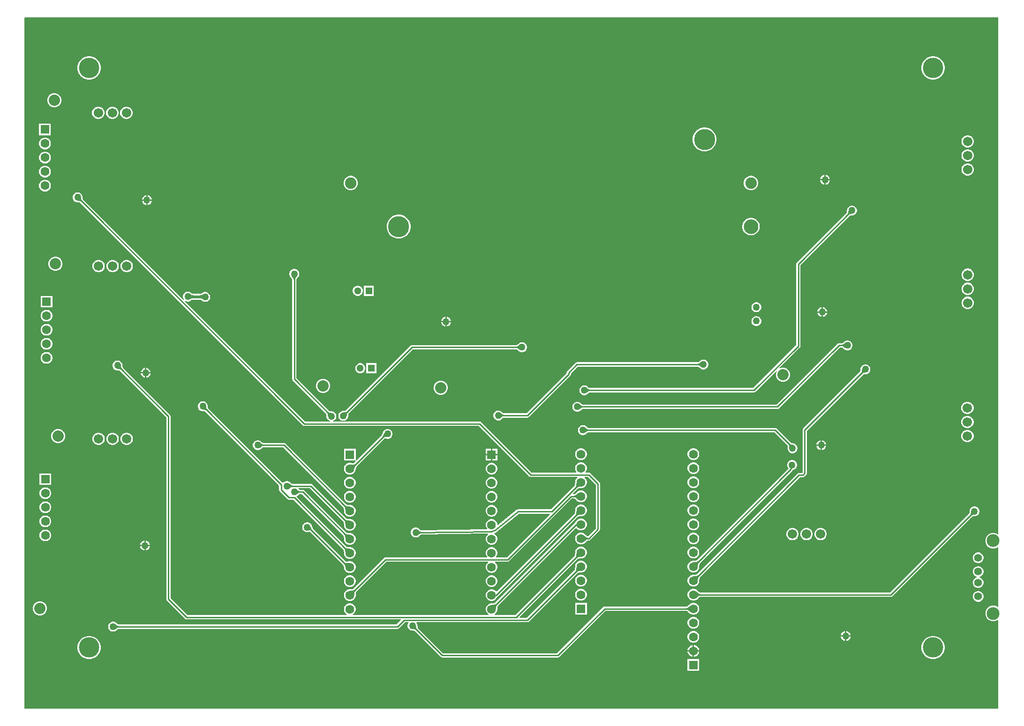
<source format=gbl>
G04*
G04 #@! TF.GenerationSoftware,Altium Limited,Altium Designer,22.2.1 (43)*
G04*
G04 Layer_Physical_Order=2*
G04 Layer_Color=16711680*
%FSLAX25Y25*%
%MOIN*%
G70*
G04*
G04 #@! TF.SameCoordinates,A442F040-2D2B-445B-BC8B-0DACE6EA8BBB*
G04*
G04*
G04 #@! TF.FilePolarity,Positive*
G04*
G01*
G75*
%ADD12C,0.01000*%
%ADD15C,0.02000*%
%ADD56C,0.06700*%
%ADD60C,0.05000*%
%ADD63C,0.08200*%
%ADD68C,0.14500*%
%ADD69C,0.06299*%
%ADD70R,0.06299X0.06299*%
%ADD71C,0.05600*%
%ADD72C,0.09100*%
%ADD73C,0.08000*%
%ADD74R,0.05118X0.05118*%
%ADD75C,0.05118*%
%ADD76C,0.15000*%
%ADD77C,0.10400*%
G36*
X696480Y495915D02*
Y128364D01*
X695979Y128086D01*
X694948Y128682D01*
X693537Y129060D01*
X692075D01*
X690664Y128682D01*
X689398Y127951D01*
X688365Y126918D01*
X687634Y125652D01*
X687256Y124241D01*
Y122779D01*
X687634Y121368D01*
X688365Y120102D01*
X689398Y119069D01*
X690664Y118338D01*
X692075Y117960D01*
X693537D01*
X694948Y118338D01*
X695979Y118933D01*
X696480Y118656D01*
Y76631D01*
X695979Y76354D01*
X694948Y76949D01*
X693537Y77328D01*
X692075D01*
X690664Y76949D01*
X689398Y76219D01*
X688365Y75185D01*
X687634Y73920D01*
X687256Y72508D01*
Y71047D01*
X687634Y69635D01*
X688365Y68370D01*
X689398Y67336D01*
X690664Y66606D01*
X692075Y66228D01*
X693537D01*
X694948Y66606D01*
X695979Y67201D01*
X696480Y66924D01*
Y3959D01*
X4021D01*
Y495788D01*
X4374Y496142D01*
X696480Y495915D01*
D02*
G37*
%LPC*%
G36*
X650813Y468263D02*
X649188D01*
X647594Y467946D01*
X646092Y467325D01*
X644741Y466422D01*
X643592Y465273D01*
X642689Y463921D01*
X642067Y462420D01*
X641750Y460826D01*
Y459201D01*
X642067Y457607D01*
X642689Y456106D01*
X643592Y454754D01*
X644741Y453605D01*
X646092Y452702D01*
X647594Y452080D01*
X649188Y451763D01*
X650813D01*
X652407Y452080D01*
X653908Y452702D01*
X655259Y453605D01*
X656408Y454754D01*
X657311Y456106D01*
X657933Y457607D01*
X658250Y459201D01*
Y460826D01*
X657933Y462420D01*
X657311Y463921D01*
X656408Y465273D01*
X655259Y466422D01*
X653908Y467325D01*
X652407Y467946D01*
X650813Y468263D01*
D02*
G37*
G36*
X50813D02*
X49187D01*
X47594Y467946D01*
X46092Y467325D01*
X44741Y466422D01*
X43592Y465273D01*
X42689Y463921D01*
X42067Y462420D01*
X41750Y460826D01*
Y459201D01*
X42067Y457607D01*
X42689Y456106D01*
X43592Y454754D01*
X44741Y453605D01*
X46092Y452702D01*
X47594Y452080D01*
X49187Y451763D01*
X50813D01*
X52407Y452080D01*
X53908Y452702D01*
X55259Y453605D01*
X56408Y454754D01*
X57311Y456106D01*
X57933Y457607D01*
X58250Y459201D01*
Y460826D01*
X57933Y462420D01*
X57311Y463921D01*
X56408Y465273D01*
X55259Y466422D01*
X53908Y467325D01*
X52407Y467946D01*
X50813Y468263D01*
D02*
G37*
G36*
X25901Y442067D02*
X24585D01*
X23313Y441726D01*
X22173Y441068D01*
X21242Y440137D01*
X20584Y438997D01*
X20243Y437725D01*
Y436408D01*
X20584Y435137D01*
X21242Y433997D01*
X22173Y433066D01*
X23313Y432407D01*
X24585Y432067D01*
X25901D01*
X27173Y432407D01*
X28313Y433066D01*
X29244Y433997D01*
X29902Y435137D01*
X30243Y436408D01*
Y437725D01*
X29902Y438997D01*
X29244Y440137D01*
X28313Y441068D01*
X27173Y441726D01*
X25901Y442067D01*
D02*
G37*
G36*
X77102Y432391D02*
X75956D01*
X74850Y432095D01*
X73858Y431522D01*
X73048Y430712D01*
X72475Y429720D01*
X72179Y428614D01*
Y427468D01*
X72475Y426362D01*
X73048Y425370D01*
X73858Y424560D01*
X74850Y423987D01*
X75956Y423691D01*
X77102D01*
X78208Y423987D01*
X79200Y424560D01*
X80010Y425370D01*
X80582Y426362D01*
X80879Y427468D01*
Y428614D01*
X80582Y429720D01*
X80010Y430712D01*
X79200Y431522D01*
X78208Y432095D01*
X77102Y432391D01*
D02*
G37*
G36*
X67102D02*
X65956D01*
X64850Y432095D01*
X63858Y431522D01*
X63048Y430712D01*
X62475Y429720D01*
X62179Y428614D01*
Y427468D01*
X62475Y426362D01*
X63048Y425370D01*
X63858Y424560D01*
X64850Y423987D01*
X65956Y423691D01*
X67102D01*
X68208Y423987D01*
X69200Y424560D01*
X70010Y425370D01*
X70582Y426362D01*
X70879Y427468D01*
Y428614D01*
X70582Y429720D01*
X70010Y430712D01*
X69200Y431522D01*
X68208Y432095D01*
X67102Y432391D01*
D02*
G37*
G36*
X57102D02*
X55956D01*
X54850Y432095D01*
X53858Y431522D01*
X53048Y430712D01*
X52475Y429720D01*
X52179Y428614D01*
Y427468D01*
X52475Y426362D01*
X53048Y425370D01*
X53858Y424560D01*
X54850Y423987D01*
X55956Y423691D01*
X57102D01*
X58208Y423987D01*
X59200Y424560D01*
X60010Y425370D01*
X60583Y426362D01*
X60879Y427468D01*
Y428614D01*
X60583Y429720D01*
X60010Y430712D01*
X59200Y431522D01*
X58208Y432095D01*
X57102Y432391D01*
D02*
G37*
G36*
X22807Y420374D02*
X14508D01*
Y412075D01*
X22807D01*
Y420374D01*
D02*
G37*
G36*
X675130Y412094D02*
X673984D01*
X672878Y411797D01*
X671886Y411225D01*
X671076Y410415D01*
X670504Y409423D01*
X670207Y408316D01*
Y407171D01*
X670504Y406065D01*
X671076Y405073D01*
X671886Y404263D01*
X672878Y403690D01*
X673984Y403394D01*
X675130D01*
X676236Y403690D01*
X677228Y404263D01*
X678038Y405073D01*
X678611Y406065D01*
X678907Y407171D01*
Y408316D01*
X678611Y409423D01*
X678038Y410415D01*
X677228Y411225D01*
X676236Y411797D01*
X675130Y412094D01*
D02*
G37*
G36*
X19204Y410374D02*
X18111D01*
X17056Y410092D01*
X16109Y409545D01*
X15337Y408773D01*
X14791Y407827D01*
X14508Y406771D01*
Y405679D01*
X14791Y404623D01*
X15337Y403677D01*
X16109Y402904D01*
X17056Y402358D01*
X18111Y402075D01*
X19204D01*
X20259Y402358D01*
X21205Y402904D01*
X21978Y403677D01*
X22524Y404623D01*
X22807Y405679D01*
Y406771D01*
X22524Y407827D01*
X21978Y408773D01*
X21205Y409545D01*
X20259Y410092D01*
X19204Y410374D01*
D02*
G37*
G36*
X488396Y417557D02*
X486722D01*
X485079Y417231D01*
X483533Y416590D01*
X482140Y415660D01*
X480957Y414476D01*
X480026Y413084D01*
X479386Y411537D01*
X479059Y409895D01*
Y408220D01*
X479386Y406578D01*
X480026Y405031D01*
X480957Y403639D01*
X482140Y402455D01*
X483533Y401525D01*
X485079Y400884D01*
X486722Y400558D01*
X488396D01*
X490038Y400884D01*
X491585Y401525D01*
X492977Y402455D01*
X494161Y403639D01*
X495091Y405031D01*
X495732Y406578D01*
X496059Y408220D01*
Y409895D01*
X495732Y411537D01*
X495091Y413084D01*
X494161Y414476D01*
X492977Y415660D01*
X491585Y416590D01*
X490038Y417231D01*
X488396Y417557D01*
D02*
G37*
G36*
X675130Y402094D02*
X673984D01*
X672878Y401797D01*
X671886Y401225D01*
X671076Y400415D01*
X670504Y399423D01*
X670207Y398316D01*
Y397171D01*
X670504Y396065D01*
X671076Y395073D01*
X671886Y394263D01*
X672878Y393690D01*
X673984Y393394D01*
X675130D01*
X676236Y393690D01*
X677228Y394263D01*
X678038Y395073D01*
X678611Y396065D01*
X678907Y397171D01*
Y398316D01*
X678611Y399423D01*
X678038Y400415D01*
X677228Y401225D01*
X676236Y401797D01*
X675130Y402094D01*
D02*
G37*
G36*
X19204Y400374D02*
X18111D01*
X17056Y400092D01*
X16109Y399545D01*
X15337Y398773D01*
X14791Y397827D01*
X14508Y396771D01*
Y395678D01*
X14791Y394623D01*
X15337Y393677D01*
X16109Y392904D01*
X17056Y392358D01*
X18111Y392075D01*
X19204D01*
X20259Y392358D01*
X21205Y392904D01*
X21978Y393677D01*
X22524Y394623D01*
X22807Y395678D01*
Y396771D01*
X22524Y397827D01*
X21978Y398773D01*
X21205Y399545D01*
X20259Y400092D01*
X19204Y400374D01*
D02*
G37*
G36*
X675130Y392094D02*
X673984D01*
X672878Y391797D01*
X671886Y391225D01*
X671076Y390415D01*
X670504Y389423D01*
X670207Y388316D01*
Y387171D01*
X670504Y386065D01*
X671076Y385073D01*
X671886Y384263D01*
X672878Y383690D01*
X673984Y383394D01*
X675130D01*
X676236Y383690D01*
X677228Y384263D01*
X678038Y385073D01*
X678611Y386065D01*
X678907Y387171D01*
Y388316D01*
X678611Y389423D01*
X678038Y390415D01*
X677228Y391225D01*
X676236Y391797D01*
X675130Y392094D01*
D02*
G37*
G36*
X19204Y390374D02*
X18111D01*
X17056Y390092D01*
X16109Y389545D01*
X15337Y388773D01*
X14791Y387826D01*
X14508Y386771D01*
Y385679D01*
X14791Y384623D01*
X15337Y383677D01*
X16109Y382904D01*
X17056Y382358D01*
X18111Y382075D01*
X19204D01*
X20259Y382358D01*
X21205Y382904D01*
X21978Y383677D01*
X22524Y384623D01*
X22807Y385679D01*
Y386771D01*
X22524Y387826D01*
X21978Y388773D01*
X21205Y389545D01*
X20259Y390092D01*
X19204Y390374D01*
D02*
G37*
G36*
X573706Y383901D02*
Y380911D01*
X576696D01*
X576468Y381762D01*
X576007Y382560D01*
X575355Y383212D01*
X574557Y383673D01*
X573706Y383901D01*
D02*
G37*
G36*
X572706D02*
X571855Y383673D01*
X571057Y383212D01*
X570406Y382560D01*
X569945Y381762D01*
X569717Y380911D01*
X572706D01*
Y383901D01*
D02*
G37*
G36*
X576696Y379911D02*
X573706D01*
Y376922D01*
X574557Y377150D01*
X575355Y377611D01*
X576007Y378262D01*
X576468Y379060D01*
X576696Y379911D01*
D02*
G37*
G36*
X572706D02*
X569717D01*
X569945Y379060D01*
X570406Y378262D01*
X571057Y377611D01*
X571855Y377150D01*
X572706Y376922D01*
Y379911D01*
D02*
G37*
G36*
X521230Y383157D02*
X519887D01*
X518590Y382810D01*
X517427Y382138D01*
X516478Y381189D01*
X515806Y380026D01*
X515459Y378729D01*
Y377386D01*
X515806Y376089D01*
X516478Y374926D01*
X517427Y373976D01*
X518590Y373305D01*
X519887Y372957D01*
X521230D01*
X522527Y373305D01*
X523690Y373976D01*
X524640Y374926D01*
X525311Y376089D01*
X525659Y377386D01*
Y378729D01*
X525311Y380026D01*
X524640Y381189D01*
X523690Y382138D01*
X522527Y382810D01*
X521230Y383157D01*
D02*
G37*
G36*
X236730D02*
X235387D01*
X234090Y382810D01*
X232927Y382138D01*
X231978Y381189D01*
X231306Y380026D01*
X230959Y378729D01*
Y377386D01*
X231306Y376089D01*
X231978Y374926D01*
X232927Y373976D01*
X234090Y373305D01*
X235387Y372957D01*
X236730D01*
X238027Y373305D01*
X239190Y373976D01*
X240140Y374926D01*
X240811Y376089D01*
X241159Y377386D01*
Y378729D01*
X240811Y380026D01*
X240140Y381189D01*
X239190Y382138D01*
X238027Y382810D01*
X236730Y383157D01*
D02*
G37*
G36*
X19204Y380374D02*
X18111D01*
X17056Y380092D01*
X16109Y379545D01*
X15337Y378773D01*
X14791Y377826D01*
X14508Y376771D01*
Y375678D01*
X14791Y374623D01*
X15337Y373677D01*
X16109Y372904D01*
X17056Y372358D01*
X18111Y372075D01*
X19204D01*
X20259Y372358D01*
X21205Y372904D01*
X21978Y373677D01*
X22524Y374623D01*
X22807Y375678D01*
Y376771D01*
X22524Y377826D01*
X21978Y378773D01*
X21205Y379545D01*
X20259Y380092D01*
X19204Y380374D01*
D02*
G37*
G36*
X91624Y369390D02*
Y366400D01*
X94614D01*
X94386Y367251D01*
X93925Y368049D01*
X93273Y368701D01*
X92475Y369162D01*
X91624Y369390D01*
D02*
G37*
G36*
X90624D02*
X89773Y369162D01*
X88975Y368701D01*
X88323Y368049D01*
X87863Y367251D01*
X87635Y366400D01*
X90624D01*
Y369390D01*
D02*
G37*
G36*
X94614Y365400D02*
X91624D01*
Y362411D01*
X92475Y362639D01*
X93273Y363100D01*
X93925Y363751D01*
X94386Y364549D01*
X94614Y365400D01*
D02*
G37*
G36*
X90624D02*
X87635D01*
X87863Y364549D01*
X88323Y363751D01*
X88975Y363100D01*
X89773Y362639D01*
X90624Y362411D01*
Y365400D01*
D02*
G37*
G36*
X521170Y353257D02*
X519948D01*
X518750Y353019D01*
X517622Y352552D01*
X516607Y351873D01*
X515743Y351010D01*
X515064Y349994D01*
X514597Y348866D01*
X514359Y347668D01*
Y346447D01*
X514597Y345249D01*
X515064Y344121D01*
X515743Y343105D01*
X516607Y342242D01*
X517622Y341563D01*
X518750Y341096D01*
X519948Y340858D01*
X521170D01*
X522367Y341096D01*
X523496Y341563D01*
X524511Y342242D01*
X525375Y343105D01*
X526053Y344121D01*
X526521Y345249D01*
X526759Y346447D01*
Y347668D01*
X526521Y348866D01*
X526053Y349994D01*
X525375Y351010D01*
X524511Y351873D01*
X523496Y352552D01*
X522367Y353019D01*
X521170Y353257D01*
D02*
G37*
G36*
X270896Y355557D02*
X269222D01*
X267580Y355231D01*
X266033Y354590D01*
X264640Y353660D01*
X263457Y352476D01*
X262526Y351084D01*
X261885Y349537D01*
X261559Y347895D01*
Y346220D01*
X261885Y344578D01*
X262526Y343031D01*
X263457Y341639D01*
X264640Y340455D01*
X266033Y339525D01*
X267580Y338884D01*
X269222Y338558D01*
X270896D01*
X272538Y338884D01*
X274085Y339525D01*
X275477Y340455D01*
X276661Y341639D01*
X277591Y343031D01*
X278232Y344578D01*
X278559Y346220D01*
Y347895D01*
X278232Y349537D01*
X277591Y351084D01*
X276661Y352476D01*
X275477Y353660D01*
X274085Y354590D01*
X272538Y355231D01*
X270896Y355557D01*
D02*
G37*
G36*
X26819Y325550D02*
X25503D01*
X24231Y325209D01*
X23091Y324551D01*
X22160Y323620D01*
X21502Y322480D01*
X21161Y321208D01*
Y319892D01*
X21502Y318620D01*
X22160Y317480D01*
X23091Y316549D01*
X24231Y315891D01*
X25503Y315550D01*
X26819D01*
X28091Y315891D01*
X29231Y316549D01*
X30162Y317480D01*
X30820Y318620D01*
X31161Y319892D01*
Y321208D01*
X30820Y322480D01*
X30162Y323620D01*
X29231Y324551D01*
X28091Y325209D01*
X26819Y325550D01*
D02*
G37*
G36*
X77389Y323300D02*
X76244D01*
X75137Y323004D01*
X74146Y322431D01*
X73336Y321621D01*
X72763Y320629D01*
X72466Y319523D01*
Y318377D01*
X72763Y317271D01*
X73336Y316279D01*
X74146Y315469D01*
X75137Y314896D01*
X76244Y314600D01*
X77389D01*
X78496Y314896D01*
X79488Y315469D01*
X80297Y316279D01*
X80870Y317271D01*
X81166Y318377D01*
Y319523D01*
X80870Y320629D01*
X80297Y321621D01*
X79488Y322431D01*
X78496Y323004D01*
X77389Y323300D01*
D02*
G37*
G36*
X67389D02*
X66244D01*
X65137Y323004D01*
X64145Y322431D01*
X63336Y321621D01*
X62763Y320629D01*
X62467Y319523D01*
Y318377D01*
X62763Y317271D01*
X63336Y316279D01*
X64145Y315469D01*
X65137Y314896D01*
X66244Y314600D01*
X67389D01*
X68496Y314896D01*
X69488Y315469D01*
X70297Y316279D01*
X70870Y317271D01*
X71166Y318377D01*
Y319523D01*
X70870Y320629D01*
X70297Y321621D01*
X69488Y322431D01*
X68496Y323004D01*
X67389Y323300D01*
D02*
G37*
G36*
X57389D02*
X56244D01*
X55137Y323004D01*
X54145Y322431D01*
X53336Y321621D01*
X52763Y320629D01*
X52466Y319523D01*
Y318377D01*
X52763Y317271D01*
X53336Y316279D01*
X54145Y315469D01*
X55137Y314896D01*
X56244Y314600D01*
X57389D01*
X58495Y314896D01*
X59487Y315469D01*
X60297Y316279D01*
X60870Y317271D01*
X61167Y318377D01*
Y319523D01*
X60870Y320629D01*
X60297Y321621D01*
X59487Y322431D01*
X58495Y323004D01*
X57389Y323300D01*
D02*
G37*
G36*
X675156Y317159D02*
X674011D01*
X672905Y316863D01*
X671913Y316290D01*
X671103Y315480D01*
X670530Y314488D01*
X670234Y313382D01*
Y312236D01*
X670530Y311130D01*
X671103Y310138D01*
X671913Y309328D01*
X672905Y308755D01*
X674011Y308459D01*
X675156D01*
X676263Y308755D01*
X677255Y309328D01*
X678064Y310138D01*
X678637Y311130D01*
X678934Y312236D01*
Y313382D01*
X678637Y314488D01*
X678064Y315480D01*
X677255Y316290D01*
X676263Y316863D01*
X675156Y317159D01*
D02*
G37*
G36*
Y307159D02*
X674011D01*
X672905Y306863D01*
X671913Y306290D01*
X671103Y305480D01*
X670530Y304488D01*
X670234Y303382D01*
Y302236D01*
X670530Y301130D01*
X671103Y300138D01*
X671913Y299328D01*
X672905Y298756D01*
X674011Y298459D01*
X675156D01*
X676263Y298756D01*
X677255Y299328D01*
X678064Y300138D01*
X678637Y301130D01*
X678934Y302236D01*
Y303382D01*
X678637Y304488D01*
X678064Y305480D01*
X677255Y306290D01*
X676263Y306863D01*
X675156Y307159D01*
D02*
G37*
G36*
X252450Y304911D02*
X245332D01*
Y297793D01*
X252450D01*
Y304911D01*
D02*
G37*
G36*
X241486D02*
X240549D01*
X239644Y304669D01*
X238832Y304200D01*
X238170Y303537D01*
X237701Y302726D01*
X237458Y301821D01*
Y300884D01*
X237701Y299978D01*
X238170Y299167D01*
X238832Y298504D01*
X239644Y298036D01*
X240549Y297793D01*
X241486D01*
X242391Y298036D01*
X243203Y298504D01*
X243865Y299167D01*
X244334Y299978D01*
X244577Y300884D01*
Y301821D01*
X244334Y302726D01*
X243865Y303537D01*
X243203Y304200D01*
X242391Y304669D01*
X241486Y304911D01*
D02*
G37*
G36*
X23902Y297813D02*
X15603D01*
Y289514D01*
X23902D01*
Y297813D01*
D02*
G37*
G36*
X675156Y297159D02*
X674011D01*
X672905Y296863D01*
X671913Y296290D01*
X671103Y295480D01*
X670530Y294488D01*
X670234Y293382D01*
Y292236D01*
X670530Y291130D01*
X671103Y290138D01*
X671913Y289328D01*
X672905Y288755D01*
X674011Y288459D01*
X675156D01*
X676263Y288755D01*
X677255Y289328D01*
X678064Y290138D01*
X678637Y291130D01*
X678934Y292236D01*
Y293382D01*
X678637Y294488D01*
X678064Y295480D01*
X677255Y296290D01*
X676263Y296863D01*
X675156Y297159D01*
D02*
G37*
G36*
X571799Y289799D02*
Y286810D01*
X574788D01*
X574560Y287661D01*
X574100Y288459D01*
X573448Y289110D01*
X572650Y289571D01*
X571799Y289799D01*
D02*
G37*
G36*
X570799D02*
X569948Y289571D01*
X569150Y289110D01*
X568498Y288459D01*
X568037Y287661D01*
X567809Y286810D01*
X570799D01*
Y289799D01*
D02*
G37*
G36*
X524836Y293175D02*
X523915D01*
X523025Y292937D01*
X522227Y292476D01*
X521575Y291824D01*
X521114Y291026D01*
X520876Y290136D01*
Y289214D01*
X521114Y288324D01*
X521575Y287526D01*
X522227Y286875D01*
X523025Y286414D01*
X523915Y286175D01*
X524836D01*
X525727Y286414D01*
X526525Y286875D01*
X527176Y287526D01*
X527637Y288324D01*
X527876Y289214D01*
Y290136D01*
X527637Y291026D01*
X527176Y291824D01*
X526525Y292476D01*
X525727Y292937D01*
X524836Y293175D01*
D02*
G37*
G36*
X574788Y285810D02*
X571799D01*
Y282820D01*
X572650Y283048D01*
X573448Y283509D01*
X574100Y284161D01*
X574560Y284959D01*
X574788Y285810D01*
D02*
G37*
G36*
X570799D02*
X567809D01*
X568037Y284959D01*
X568498Y284161D01*
X569150Y283509D01*
X569948Y283048D01*
X570799Y282820D01*
Y285810D01*
D02*
G37*
G36*
X304292Y282946D02*
Y279956D01*
X307282D01*
X307054Y280807D01*
X306593Y281605D01*
X305942Y282257D01*
X305143Y282718D01*
X304292Y282946D01*
D02*
G37*
G36*
X303292D02*
X302442Y282718D01*
X301643Y282257D01*
X300992Y281605D01*
X300531Y280807D01*
X300303Y279956D01*
X303292D01*
Y282946D01*
D02*
G37*
G36*
X20299Y287813D02*
X19206D01*
X18150Y287530D01*
X17204Y286984D01*
X16432Y286211D01*
X15885Y285265D01*
X15603Y284210D01*
Y283117D01*
X15885Y282062D01*
X16432Y281116D01*
X17204Y280343D01*
X18150Y279797D01*
X19206Y279514D01*
X20299D01*
X21354Y279797D01*
X22300Y280343D01*
X23073Y281116D01*
X23619Y282062D01*
X23902Y283117D01*
Y284210D01*
X23619Y285265D01*
X23073Y286211D01*
X22300Y286984D01*
X21354Y287530D01*
X20299Y287813D01*
D02*
G37*
G36*
X524836Y283333D02*
X523915D01*
X523025Y283094D01*
X522227Y282633D01*
X521575Y281982D01*
X521114Y281184D01*
X520876Y280293D01*
Y279372D01*
X521114Y278482D01*
X521575Y277684D01*
X522227Y277032D01*
X523025Y276571D01*
X523915Y276333D01*
X524836D01*
X525727Y276571D01*
X526525Y277032D01*
X527176Y277684D01*
X527637Y278482D01*
X527876Y279372D01*
Y280293D01*
X527637Y281184D01*
X527176Y281982D01*
X526525Y282633D01*
X525727Y283094D01*
X524836Y283333D01*
D02*
G37*
G36*
X307282Y278956D02*
X304292D01*
Y275967D01*
X305143Y276195D01*
X305942Y276655D01*
X306593Y277307D01*
X307054Y278105D01*
X307282Y278956D01*
D02*
G37*
G36*
X303292D02*
X300303D01*
X300531Y278105D01*
X300992Y277307D01*
X301643Y276655D01*
X302442Y276195D01*
X303292Y275967D01*
Y278956D01*
D02*
G37*
G36*
X20299Y277813D02*
X19206D01*
X18150Y277530D01*
X17204Y276984D01*
X16432Y276211D01*
X15885Y275265D01*
X15603Y274210D01*
Y273117D01*
X15885Y272062D01*
X16432Y271115D01*
X17204Y270343D01*
X18150Y269797D01*
X19206Y269514D01*
X20299D01*
X21354Y269797D01*
X22300Y270343D01*
X23073Y271115D01*
X23619Y272062D01*
X23902Y273117D01*
Y274210D01*
X23619Y275265D01*
X23073Y276211D01*
X22300Y276984D01*
X21354Y277530D01*
X20299Y277813D01*
D02*
G37*
G36*
Y267813D02*
X19206D01*
X18150Y267530D01*
X17204Y266984D01*
X16432Y266211D01*
X15885Y265265D01*
X15603Y264210D01*
Y263117D01*
X15885Y262062D01*
X16432Y261116D01*
X17204Y260343D01*
X18150Y259797D01*
X19206Y259514D01*
X20299D01*
X21354Y259797D01*
X22300Y260343D01*
X23073Y261116D01*
X23619Y262062D01*
X23902Y263117D01*
Y264210D01*
X23619Y265265D01*
X23073Y266211D01*
X22300Y266984D01*
X21354Y267530D01*
X20299Y267813D01*
D02*
G37*
G36*
X589661Y266046D02*
X588739D01*
X587849Y265808D01*
X587051Y265347D01*
X586788Y265084D01*
X586716Y265039D01*
X586265Y264614D01*
X586085Y264468D01*
X585910Y264342D01*
X585752Y264243D01*
X585611Y264169D01*
X585490Y264118D01*
X585391Y264087D01*
X585331Y264075D01*
X583200D01*
X582615Y263959D01*
X582119Y263628D01*
X538867Y220375D01*
X400946D01*
X400886Y220387D01*
X400786Y220418D01*
X400665Y220469D01*
X400524Y220543D01*
X400366Y220642D01*
X400202Y220760D01*
X399793Y221111D01*
X399575Y221324D01*
X399496Y221376D01*
X399225Y221647D01*
X398427Y222108D01*
X397537Y222346D01*
X396615D01*
X395725Y222108D01*
X394927Y221647D01*
X394275Y220995D01*
X393815Y220197D01*
X393576Y219307D01*
Y218385D01*
X393815Y217495D01*
X394275Y216697D01*
X394927Y216045D01*
X395725Y215585D01*
X396615Y215346D01*
X397537D01*
X398427Y215585D01*
X399225Y216045D01*
X399488Y216309D01*
X399560Y216353D01*
X400012Y216778D01*
X400191Y216924D01*
X400366Y217050D01*
X400524Y217149D01*
X400665Y217224D01*
X400786Y217274D01*
X400886Y217305D01*
X400946Y217317D01*
X539500D01*
X540085Y217433D01*
X540582Y217765D01*
X583834Y261017D01*
X585331D01*
X585391Y261005D01*
X585490Y260974D01*
X585611Y260924D01*
X585752Y260849D01*
X585910Y260750D01*
X586074Y260632D01*
X586483Y260281D01*
X586701Y260068D01*
X586780Y260016D01*
X587051Y259745D01*
X587849Y259285D01*
X588739Y259046D01*
X589661D01*
X590551Y259285D01*
X591349Y259745D01*
X592001Y260397D01*
X592462Y261195D01*
X592700Y262085D01*
Y263007D01*
X592462Y263897D01*
X592001Y264695D01*
X591349Y265347D01*
X590551Y265808D01*
X589661Y266046D01*
D02*
G37*
G36*
X358249Y264759D02*
X357328D01*
X356438Y264521D01*
X355640Y264060D01*
X355377Y263797D01*
X355305Y263752D01*
X354853Y263327D01*
X354674Y263181D01*
X354499Y263055D01*
X354341Y262956D01*
X354200Y262882D01*
X354079Y262831D01*
X353979Y262800D01*
X353919Y262789D01*
X279613D01*
X279028Y262672D01*
X278532Y262340D01*
X232355Y216164D01*
X232304Y216129D01*
X232212Y216081D01*
X232090Y216031D01*
X231939Y215984D01*
X231756Y215942D01*
X231557Y215910D01*
X231020Y215868D01*
X230715Y215865D01*
X230622Y215846D01*
X230239D01*
X229349Y215608D01*
X228551Y215147D01*
X227899Y214495D01*
X227439Y213697D01*
X227200Y212807D01*
Y211885D01*
X227439Y210995D01*
X227899Y210197D01*
X228551Y209545D01*
X229349Y209085D01*
X230239Y208846D01*
X231161D01*
X232051Y209085D01*
X232849Y209545D01*
X233501Y210197D01*
X233962Y210995D01*
X234200Y211885D01*
Y212258D01*
X234219Y212340D01*
X234238Y212960D01*
X234262Y213190D01*
X234296Y213402D01*
X234338Y213585D01*
X234385Y213736D01*
X234435Y213858D01*
X234483Y213950D01*
X234518Y214001D01*
X280247Y259730D01*
X353919D01*
X353979Y259718D01*
X354079Y259687D01*
X354200Y259636D01*
X354341Y259562D01*
X354499Y259463D01*
X354663Y259345D01*
X355072Y258995D01*
X355290Y258781D01*
X355369Y258729D01*
X355640Y258458D01*
X356438Y257998D01*
X357328Y257759D01*
X358249D01*
X359140Y257998D01*
X359938Y258458D01*
X360589Y259110D01*
X361050Y259908D01*
X361289Y260798D01*
Y261720D01*
X361050Y262610D01*
X360589Y263408D01*
X359938Y264060D01*
X359140Y264521D01*
X358249Y264759D01*
D02*
G37*
G36*
X20299Y257813D02*
X19206D01*
X18150Y257530D01*
X17204Y256984D01*
X16432Y256211D01*
X15885Y255265D01*
X15603Y254210D01*
Y253117D01*
X15885Y252062D01*
X16432Y251115D01*
X17204Y250343D01*
X18150Y249797D01*
X19206Y249514D01*
X20299D01*
X21354Y249797D01*
X22300Y250343D01*
X23073Y251115D01*
X23619Y252062D01*
X23902Y253117D01*
Y254210D01*
X23619Y255265D01*
X23073Y256211D01*
X22300Y256984D01*
X21354Y257530D01*
X20299Y257813D01*
D02*
G37*
G36*
X487195Y252484D02*
X486273D01*
X485383Y252245D01*
X484585Y251784D01*
X484321Y251521D01*
X484250Y251477D01*
X483798Y251052D01*
X483619Y250906D01*
X483444Y250780D01*
X483286Y250680D01*
X483145Y250606D01*
X483024Y250555D01*
X482924Y250525D01*
X482864Y250513D01*
X396838D01*
X396252Y250397D01*
X395756Y250065D01*
X389919Y244228D01*
X389587Y243731D01*
X389471Y243146D01*
Y242680D01*
X360967Y214176D01*
X344770D01*
X344710Y214187D01*
X344610Y214218D01*
X344489Y214269D01*
X344348Y214343D01*
X344190Y214442D01*
X344026Y214560D01*
X343617Y214911D01*
X343399Y215124D01*
X343320Y215176D01*
X343049Y215447D01*
X342251Y215908D01*
X341361Y216146D01*
X340439D01*
X339549Y215908D01*
X338751Y215447D01*
X338099Y214795D01*
X337639Y213997D01*
X337400Y213107D01*
Y212185D01*
X337639Y211295D01*
X338099Y210497D01*
X338751Y209845D01*
X339549Y209385D01*
X340439Y209146D01*
X341361D01*
X342251Y209385D01*
X343049Y209845D01*
X343312Y210109D01*
X343384Y210153D01*
X343836Y210578D01*
X344015Y210724D01*
X344190Y210850D01*
X344348Y210949D01*
X344489Y211023D01*
X344610Y211074D01*
X344710Y211105D01*
X344770Y211117D01*
X361600D01*
X362185Y211233D01*
X362682Y211565D01*
X392081Y240965D01*
X392413Y241461D01*
X392530Y242046D01*
Y242513D01*
X397471Y247454D01*
X482864D01*
X482924Y247443D01*
X483024Y247412D01*
X483145Y247361D01*
X483286Y247287D01*
X483444Y247188D01*
X483608Y247069D01*
X484017Y246719D01*
X484235Y246506D01*
X484314Y246454D01*
X484585Y246183D01*
X485383Y245722D01*
X486273Y245484D01*
X487195D01*
X488085Y245722D01*
X488883Y246183D01*
X489535Y246835D01*
X489995Y247633D01*
X490234Y248523D01*
Y249445D01*
X489995Y250335D01*
X489535Y251133D01*
X488883Y251784D01*
X488085Y252245D01*
X487195Y252484D01*
D02*
G37*
G36*
X90834Y246489D02*
Y243500D01*
X93823D01*
X93595Y244351D01*
X93134Y245149D01*
X92483Y245800D01*
X91685Y246261D01*
X90834Y246489D01*
D02*
G37*
G36*
X89834D02*
X88983Y246261D01*
X88185Y245800D01*
X87533Y245149D01*
X87072Y244351D01*
X86844Y243500D01*
X89834D01*
Y246489D01*
D02*
G37*
G36*
X254231Y249850D02*
X247113D01*
Y242732D01*
X254231D01*
Y249850D01*
D02*
G37*
G36*
X243266D02*
X242329D01*
X241424Y249607D01*
X240612Y249139D01*
X239950Y248476D01*
X239481Y247664D01*
X239239Y246759D01*
Y245822D01*
X239481Y244917D01*
X239950Y244105D01*
X240612Y243443D01*
X241424Y242974D01*
X242329Y242732D01*
X243266D01*
X244171Y242974D01*
X244983Y243443D01*
X245646Y244105D01*
X246114Y244917D01*
X246357Y245822D01*
Y246759D01*
X246114Y247664D01*
X245646Y248476D01*
X244983Y249139D01*
X244171Y249607D01*
X243266Y249850D01*
D02*
G37*
G36*
X93823Y242500D02*
X90834D01*
Y239510D01*
X91685Y239738D01*
X92483Y240199D01*
X93134Y240851D01*
X93595Y241649D01*
X93823Y242500D01*
D02*
G37*
G36*
X89834D02*
X86844D01*
X87072Y241649D01*
X87533Y240851D01*
X88185Y240199D01*
X88983Y239738D01*
X89834Y239510D01*
Y242500D01*
D02*
G37*
G36*
X592820Y362005D02*
X591898D01*
X591008Y361767D01*
X590210Y361306D01*
X589559Y360654D01*
X589098Y359856D01*
X588859Y358966D01*
Y358594D01*
X588840Y358512D01*
X588821Y357892D01*
X588797Y357662D01*
X588763Y357449D01*
X588721Y357267D01*
X588674Y357115D01*
X588625Y356994D01*
X588576Y356901D01*
X588542Y356851D01*
X553119Y321427D01*
X552787Y320931D01*
X552671Y320346D01*
Y262680D01*
X522167Y232175D01*
X405925D01*
X405865Y232187D01*
X405765Y232218D01*
X405645Y232269D01*
X405504Y232343D01*
X405345Y232442D01*
X405182Y232560D01*
X404773Y232911D01*
X404555Y233124D01*
X404476Y233176D01*
X404205Y233447D01*
X403407Y233908D01*
X402517Y234146D01*
X401595D01*
X400705Y233908D01*
X399907Y233447D01*
X399255Y232795D01*
X398794Y231997D01*
X398556Y231107D01*
Y230185D01*
X398794Y229295D01*
X399255Y228497D01*
X399907Y227845D01*
X400705Y227385D01*
X401595Y227146D01*
X402517D01*
X403407Y227385D01*
X404205Y227845D01*
X404468Y228109D01*
X404540Y228153D01*
X404991Y228578D01*
X405171Y228724D01*
X405345Y228850D01*
X405504Y228949D01*
X405645Y229024D01*
X405765Y229074D01*
X405865Y229105D01*
X405925Y229117D01*
X522800D01*
X523385Y229233D01*
X523881Y229565D01*
X538457Y244140D01*
X538857Y243833D01*
X538694Y243551D01*
X538354Y242280D01*
Y240963D01*
X538694Y239691D01*
X539353Y238551D01*
X540284Y237620D01*
X541424Y236962D01*
X542695Y236621D01*
X544012D01*
X545284Y236962D01*
X546424Y237620D01*
X547355Y238551D01*
X548013Y239691D01*
X548354Y240963D01*
Y242280D01*
X548013Y243551D01*
X547355Y244691D01*
X546424Y245622D01*
X545284Y246281D01*
X544012Y246621D01*
X542695D01*
X541424Y246281D01*
X541142Y246118D01*
X540835Y246518D01*
X555281Y260965D01*
X555613Y261461D01*
X555729Y262046D01*
Y319713D01*
X590705Y354688D01*
X590755Y354722D01*
X590847Y354771D01*
X590969Y354820D01*
X591121Y354867D01*
X591303Y354909D01*
X591503Y354941D01*
X592039Y354983D01*
X592344Y354986D01*
X592437Y355005D01*
X592820D01*
X593710Y355244D01*
X594508Y355705D01*
X595160Y356356D01*
X595621Y357154D01*
X595859Y358045D01*
Y358966D01*
X595621Y359856D01*
X595160Y360654D01*
X594508Y361306D01*
X593710Y361767D01*
X592820Y362005D01*
D02*
G37*
G36*
X217009Y238769D02*
X215693D01*
X214421Y238428D01*
X213281Y237770D01*
X212350Y236839D01*
X211692Y235699D01*
X211351Y234427D01*
Y233111D01*
X211692Y231839D01*
X212350Y230699D01*
X213281Y229768D01*
X214421Y229110D01*
X215693Y228769D01*
X217009D01*
X218281Y229110D01*
X219421Y229768D01*
X220352Y230699D01*
X221010Y231839D01*
X221351Y233111D01*
Y234427D01*
X221010Y235699D01*
X220352Y236839D01*
X219421Y237770D01*
X218281Y238428D01*
X217009Y238769D01*
D02*
G37*
G36*
X300627Y237445D02*
X299311D01*
X298039Y237104D01*
X296899Y236446D01*
X295968Y235515D01*
X295310Y234375D01*
X294969Y233103D01*
Y231787D01*
X295310Y230515D01*
X295968Y229375D01*
X296899Y228444D01*
X298039Y227786D01*
X299311Y227445D01*
X300627D01*
X301899Y227786D01*
X303039Y228444D01*
X303970Y229375D01*
X304628Y230515D01*
X304969Y231787D01*
Y233103D01*
X304628Y234375D01*
X303970Y235515D01*
X303039Y236446D01*
X301899Y237104D01*
X300627Y237445D01*
D02*
G37*
G36*
X675078Y222387D02*
X673933D01*
X672826Y222090D01*
X671834Y221517D01*
X671024Y220708D01*
X670452Y219715D01*
X670155Y218609D01*
Y217464D01*
X670452Y216357D01*
X671024Y215366D01*
X671834Y214556D01*
X672826Y213983D01*
X673933Y213686D01*
X675078D01*
X676184Y213983D01*
X677176Y214556D01*
X677986Y215366D01*
X678559Y216357D01*
X678855Y217464D01*
Y218609D01*
X678559Y219715D01*
X677986Y220708D01*
X677176Y221517D01*
X676184Y222090D01*
X675078Y222387D01*
D02*
G37*
G36*
Y212386D02*
X673933D01*
X672826Y212090D01*
X671834Y211517D01*
X671024Y210707D01*
X670452Y209716D01*
X670155Y208609D01*
Y207464D01*
X670452Y206357D01*
X671024Y205365D01*
X671834Y204556D01*
X672826Y203983D01*
X673933Y203686D01*
X675078D01*
X676184Y203983D01*
X677176Y204556D01*
X677986Y205365D01*
X678559Y206357D01*
X678855Y207464D01*
Y208609D01*
X678559Y209716D01*
X677986Y210707D01*
X677176Y211517D01*
X676184Y212090D01*
X675078Y212386D01*
D02*
G37*
G36*
X262701Y203046D02*
X261779D01*
X260889Y202808D01*
X260091Y202347D01*
X259439Y201695D01*
X258979Y200897D01*
X258906Y200628D01*
X258871Y200563D01*
X258651Y199868D01*
X258450Y199319D01*
X258262Y198893D01*
X258188Y198751D01*
X258120Y198639D01*
X258090Y198597D01*
X239981Y180488D01*
X239534Y180748D01*
X239534Y181062D01*
Y188916D01*
X231235D01*
Y180617D01*
X239054D01*
X239403Y180617D01*
X239663Y180170D01*
X238317Y178824D01*
X238236Y178773D01*
X238130Y178727D01*
X237993Y178687D01*
X237820Y178658D01*
X237608Y178644D01*
X237359Y178650D01*
X237072Y178679D01*
X236751Y178732D01*
X236372Y178817D01*
X236294Y178819D01*
X235931Y178916D01*
X234839D01*
X233783Y178633D01*
X232837Y178087D01*
X232064Y177314D01*
X231518Y176368D01*
X231235Y175313D01*
Y174220D01*
X231518Y173165D01*
X232064Y172218D01*
X232837Y171446D01*
X233783Y170899D01*
X234839Y170617D01*
X235931D01*
X236987Y170899D01*
X237933Y171446D01*
X238705Y172218D01*
X239252Y173165D01*
X239403Y173730D01*
X239445Y173818D01*
X239680Y174766D01*
X239902Y175519D01*
X240115Y176096D01*
X240204Y176292D01*
X240284Y176441D01*
X240332Y176513D01*
X260041Y196222D01*
X260082Y196249D01*
X260142Y196277D01*
X260215Y196301D01*
X260309Y196318D01*
X260428Y196326D01*
X260574Y196320D01*
X260748Y196298D01*
X260948Y196256D01*
X261204Y196183D01*
X261297Y196176D01*
X261779Y196046D01*
X262701D01*
X263591Y196285D01*
X264389Y196746D01*
X265041Y197397D01*
X265501Y198195D01*
X265740Y199086D01*
Y200007D01*
X265501Y200897D01*
X265041Y201695D01*
X264389Y202347D01*
X263591Y202808D01*
X262701Y203046D01*
D02*
G37*
G36*
X675078Y202386D02*
X673933D01*
X672826Y202090D01*
X671834Y201517D01*
X671024Y200707D01*
X670452Y199715D01*
X670155Y198609D01*
Y197464D01*
X670452Y196357D01*
X671024Y195366D01*
X671834Y194556D01*
X672826Y193983D01*
X673933Y193686D01*
X675078D01*
X676184Y193983D01*
X677176Y194556D01*
X677986Y195366D01*
X678559Y196357D01*
X678855Y197464D01*
Y198609D01*
X678559Y199715D01*
X677986Y200707D01*
X677176Y201517D01*
X676184Y202090D01*
X675078Y202386D01*
D02*
G37*
G36*
X28659Y202949D02*
X27343D01*
X26071Y202608D01*
X24931Y201950D01*
X24000Y201019D01*
X23342Y199879D01*
X23001Y198607D01*
Y197291D01*
X23342Y196019D01*
X24000Y194879D01*
X24931Y193948D01*
X26071Y193290D01*
X27343Y192949D01*
X28659D01*
X29931Y193290D01*
X31071Y193948D01*
X32002Y194879D01*
X32660Y196019D01*
X33001Y197291D01*
Y198607D01*
X32660Y199879D01*
X32002Y201019D01*
X31071Y201950D01*
X29931Y202608D01*
X28659Y202949D01*
D02*
G37*
G36*
X571086Y195001D02*
Y192012D01*
X574076D01*
X573848Y192863D01*
X573387Y193661D01*
X572735Y194313D01*
X571937Y194773D01*
X571086Y195001D01*
D02*
G37*
G36*
X570086D02*
X569235Y194773D01*
X568437Y194313D01*
X567785Y193661D01*
X567325Y192863D01*
X567097Y192012D01*
X570086D01*
Y195001D01*
D02*
G37*
G36*
X77385Y200395D02*
X76240D01*
X75134Y200098D01*
X74142Y199526D01*
X73332Y198716D01*
X72759Y197724D01*
X72463Y196618D01*
Y195472D01*
X72759Y194366D01*
X73332Y193374D01*
X74142Y192564D01*
X75134Y191991D01*
X76240Y191695D01*
X77385D01*
X78492Y191991D01*
X79484Y192564D01*
X80294Y193374D01*
X80866Y194366D01*
X81163Y195472D01*
Y196618D01*
X80866Y197724D01*
X80294Y198716D01*
X79484Y199526D01*
X78492Y200098D01*
X77385Y200395D01*
D02*
G37*
G36*
X67385D02*
X66240D01*
X65134Y200098D01*
X64142Y199526D01*
X63332Y198716D01*
X62759Y197724D01*
X62463Y196618D01*
Y195472D01*
X62759Y194366D01*
X63332Y193374D01*
X64142Y192564D01*
X65134Y191991D01*
X66240Y191695D01*
X67385D01*
X68492Y191991D01*
X69484Y192564D01*
X70294Y193374D01*
X70866Y194366D01*
X71163Y195472D01*
Y196618D01*
X70866Y197724D01*
X70294Y198716D01*
X69484Y199526D01*
X68492Y200098D01*
X67385Y200395D01*
D02*
G37*
G36*
X57385D02*
X56240D01*
X55134Y200098D01*
X54142Y199526D01*
X53332Y198716D01*
X52759Y197724D01*
X52463Y196618D01*
Y195472D01*
X52759Y194366D01*
X53332Y193374D01*
X54142Y192564D01*
X55134Y191991D01*
X56240Y191695D01*
X57385D01*
X58492Y191991D01*
X59484Y192564D01*
X60294Y193374D01*
X60866Y194366D01*
X61163Y195472D01*
Y196618D01*
X60866Y197724D01*
X60294Y198716D01*
X59484Y199526D01*
X58492Y200098D01*
X57385Y200395D01*
D02*
G37*
G36*
X574076Y191012D02*
X571086D01*
Y188022D01*
X571937Y188250D01*
X572735Y188711D01*
X573387Y189363D01*
X573848Y190161D01*
X574076Y191012D01*
D02*
G37*
G36*
X570086D02*
X567097D01*
X567325Y190161D01*
X567785Y189363D01*
X568437Y188711D01*
X569235Y188250D01*
X570086Y188022D01*
Y191012D01*
D02*
G37*
G36*
X401561Y205746D02*
X400639D01*
X399749Y205508D01*
X398951Y205047D01*
X398299Y204395D01*
X397839Y203597D01*
X397600Y202707D01*
Y201785D01*
X397839Y200895D01*
X398299Y200097D01*
X398951Y199445D01*
X399749Y198985D01*
X400639Y198746D01*
X401561D01*
X402451Y198985D01*
X403249Y199445D01*
X403512Y199709D01*
X403584Y199753D01*
X404036Y200178D01*
X404215Y200324D01*
X404390Y200450D01*
X404548Y200549D01*
X404689Y200623D01*
X404810Y200674D01*
X404910Y200705D01*
X404970Y200717D01*
X537179D01*
X546605Y191290D01*
X546635Y191244D01*
X546672Y191169D01*
X546706Y191073D01*
X546735Y190952D01*
X546755Y190803D01*
X546764Y190625D01*
X546758Y190420D01*
X546736Y190187D01*
X546693Y189902D01*
X546693Y189888D01*
X546661Y189768D01*
Y188847D01*
X546900Y187956D01*
X547361Y187158D01*
X548012Y186507D01*
X548810Y186046D01*
X549700Y185807D01*
X550622D01*
X551512Y186046D01*
X552310Y186507D01*
X552962Y187158D01*
X553423Y187956D01*
X553661Y188847D01*
Y189768D01*
X553423Y190658D01*
X552962Y191456D01*
X552310Y192108D01*
X551512Y192569D01*
X550743Y192775D01*
X550727Y192781D01*
X550707Y192785D01*
X550622Y192807D01*
X550575D01*
X550383Y192841D01*
X550090Y192900D01*
X549558Y193038D01*
X549359Y193104D01*
X549183Y193173D01*
X549042Y193240D01*
X548936Y193300D01*
X548886Y193334D01*
X538893Y203327D01*
X538397Y203659D01*
X537812Y203776D01*
X404970D01*
X404910Y203787D01*
X404810Y203818D01*
X404689Y203869D01*
X404548Y203943D01*
X404390Y204042D01*
X404226Y204160D01*
X403817Y204511D01*
X403599Y204724D01*
X403520Y204776D01*
X403249Y205047D01*
X402451Y205508D01*
X401561Y205746D01*
D02*
G37*
G36*
X340326Y188916D02*
X336676D01*
Y185266D01*
X340326D01*
Y188916D01*
D02*
G37*
G36*
X335676D02*
X332027D01*
Y185266D01*
X335676D01*
Y188916D01*
D02*
G37*
G36*
X400264Y189247D02*
X399171D01*
X398116Y188964D01*
X397170Y188418D01*
X396397Y187645D01*
X395851Y186699D01*
X395568Y185643D01*
Y184551D01*
X395851Y183495D01*
X396397Y182549D01*
X397170Y181777D01*
X398116Y181230D01*
X399171Y180947D01*
X400264D01*
X401319Y181230D01*
X402265Y181777D01*
X403038Y182549D01*
X403584Y183495D01*
X403867Y184551D01*
Y185643D01*
X403584Y186699D01*
X403038Y187645D01*
X402265Y188418D01*
X401319Y188964D01*
X400264Y189247D01*
D02*
G37*
G36*
X480212Y189246D02*
X479119D01*
X478064Y188964D01*
X477118Y188417D01*
X476345Y187645D01*
X475799Y186699D01*
X475516Y185643D01*
Y184551D01*
X475799Y183495D01*
X476345Y182549D01*
X477118Y181776D01*
X478064Y181230D01*
X479119Y180947D01*
X480212D01*
X481267Y181230D01*
X482213Y181776D01*
X482986Y182549D01*
X483532Y183495D01*
X483815Y184551D01*
Y185643D01*
X483532Y186699D01*
X482986Y187645D01*
X482213Y188417D01*
X481267Y188964D01*
X480212Y189246D01*
D02*
G37*
G36*
X340326Y184266D02*
X336676D01*
Y180617D01*
X340326D01*
Y184266D01*
D02*
G37*
G36*
X335676D02*
X332027D01*
Y180617D01*
X335676D01*
Y184266D01*
D02*
G37*
G36*
X480212Y179246D02*
X479119D01*
X478064Y178964D01*
X477118Y178417D01*
X476345Y177645D01*
X475799Y176699D01*
X475516Y175643D01*
Y174551D01*
X475799Y173495D01*
X476345Y172549D01*
X477118Y171776D01*
X478064Y171230D01*
X479119Y170947D01*
X480212D01*
X481267Y171230D01*
X482213Y171776D01*
X482986Y172549D01*
X483532Y173495D01*
X483815Y174551D01*
Y175643D01*
X483532Y176699D01*
X482986Y177645D01*
X482213Y178417D01*
X481267Y178964D01*
X480212Y179246D01*
D02*
G37*
G36*
X336722Y178916D02*
X335630D01*
X334574Y178633D01*
X333628Y178087D01*
X332856Y177314D01*
X332309Y176368D01*
X332027Y175313D01*
Y174220D01*
X332309Y173165D01*
X332856Y172218D01*
X333628Y171446D01*
X334574Y170899D01*
X335630Y170617D01*
X336722D01*
X337778Y170899D01*
X338724Y171446D01*
X339497Y172218D01*
X340043Y173165D01*
X340326Y174220D01*
Y175313D01*
X340043Y176368D01*
X339497Y177314D01*
X338724Y178087D01*
X337778Y178633D01*
X336722Y178916D01*
D02*
G37*
G36*
X23042Y171458D02*
X14742D01*
Y163159D01*
X23042D01*
Y171458D01*
D02*
G37*
G36*
X480212Y169246D02*
X479119D01*
X478064Y168964D01*
X477118Y168417D01*
X476345Y167645D01*
X475799Y166699D01*
X475516Y165643D01*
Y164551D01*
X475799Y163495D01*
X476345Y162549D01*
X477118Y161776D01*
X478064Y161230D01*
X479119Y160947D01*
X480212D01*
X481267Y161230D01*
X482213Y161776D01*
X482986Y162549D01*
X483532Y163495D01*
X483815Y164551D01*
Y165643D01*
X483532Y166699D01*
X482986Y167645D01*
X482213Y168417D01*
X481267Y168964D01*
X480212Y169246D01*
D02*
G37*
G36*
X336722Y168916D02*
X335630D01*
X334574Y168633D01*
X333628Y168087D01*
X332856Y167314D01*
X332309Y166368D01*
X332027Y165313D01*
Y164220D01*
X332309Y163165D01*
X332856Y162218D01*
X333628Y161446D01*
X334574Y160899D01*
X335630Y160617D01*
X336722D01*
X337778Y160899D01*
X338724Y161446D01*
X339497Y162218D01*
X340043Y163165D01*
X340326Y164220D01*
Y165313D01*
X340043Y166368D01*
X339497Y167314D01*
X338724Y168087D01*
X337778Y168633D01*
X336722Y168916D01*
D02*
G37*
G36*
X235931D02*
X234839D01*
X233783Y168633D01*
X232837Y168087D01*
X232064Y167314D01*
X231518Y166368D01*
X231235Y165313D01*
Y164220D01*
X231518Y163165D01*
X232064Y162218D01*
X232837Y161446D01*
X233783Y160899D01*
X234839Y160617D01*
X235931D01*
X236987Y160899D01*
X237933Y161446D01*
X238705Y162218D01*
X239252Y163165D01*
X239534Y164220D01*
Y165313D01*
X239252Y166368D01*
X238705Y167314D01*
X237933Y168087D01*
X236987Y168633D01*
X235931Y168916D01*
D02*
G37*
G36*
X19438Y161459D02*
X18346D01*
X17290Y161176D01*
X16344Y160629D01*
X15572Y159857D01*
X15025Y158911D01*
X14742Y157855D01*
Y156763D01*
X15025Y155707D01*
X15572Y154761D01*
X16344Y153988D01*
X17290Y153442D01*
X18346Y153159D01*
X19438D01*
X20494Y153442D01*
X21440Y153988D01*
X22212Y154761D01*
X22759Y155707D01*
X23042Y156763D01*
Y157855D01*
X22759Y158911D01*
X22212Y159857D01*
X21440Y160629D01*
X20494Y161176D01*
X19438Y161459D01*
D02*
G37*
G36*
X480212Y159247D02*
X479119D01*
X478064Y158964D01*
X477118Y158417D01*
X476345Y157645D01*
X475799Y156699D01*
X475516Y155643D01*
Y154551D01*
X475799Y153495D01*
X476345Y152549D01*
X477118Y151776D01*
X478064Y151230D01*
X479119Y150947D01*
X480212D01*
X481267Y151230D01*
X482213Y151776D01*
X482986Y152549D01*
X483532Y153495D01*
X483815Y154551D01*
Y155643D01*
X483532Y156699D01*
X482986Y157645D01*
X482213Y158417D01*
X481267Y158964D01*
X480212Y159247D01*
D02*
G37*
G36*
X336722Y158916D02*
X335630D01*
X334574Y158633D01*
X333628Y158087D01*
X332856Y157314D01*
X332309Y156368D01*
X332027Y155313D01*
Y154220D01*
X332309Y153165D01*
X332856Y152218D01*
X333628Y151446D01*
X334574Y150900D01*
X335630Y150617D01*
X336722D01*
X337778Y150900D01*
X338724Y151446D01*
X339497Y152218D01*
X340043Y153165D01*
X340326Y154220D01*
Y155313D01*
X340043Y156368D01*
X339497Y157314D01*
X338724Y158087D01*
X337778Y158633D01*
X336722Y158916D01*
D02*
G37*
G36*
X235931D02*
X234839D01*
X233783Y158633D01*
X232837Y158087D01*
X232064Y157314D01*
X231518Y156368D01*
X231235Y155313D01*
Y154220D01*
X231518Y153165D01*
X232064Y152218D01*
X232837Y151446D01*
X233783Y150900D01*
X234839Y150617D01*
X235931D01*
X236987Y150900D01*
X237933Y151446D01*
X238705Y152218D01*
X239252Y153165D01*
X239534Y154220D01*
Y155313D01*
X239252Y156368D01*
X238705Y157314D01*
X237933Y158087D01*
X236987Y158633D01*
X235931Y158916D01*
D02*
G37*
G36*
X19438Y151459D02*
X18346D01*
X17290Y151176D01*
X16344Y150629D01*
X15572Y149857D01*
X15025Y148910D01*
X14742Y147855D01*
Y146763D01*
X15025Y145707D01*
X15572Y144761D01*
X16344Y143988D01*
X17290Y143442D01*
X18346Y143159D01*
X19438D01*
X20494Y143442D01*
X21440Y143988D01*
X22212Y144761D01*
X22759Y145707D01*
X23042Y146763D01*
Y147855D01*
X22759Y148910D01*
X22212Y149857D01*
X21440Y150629D01*
X20494Y151176D01*
X19438Y151459D01*
D02*
G37*
G36*
X480212Y149247D02*
X479119D01*
X478064Y148964D01*
X477118Y148417D01*
X476345Y147645D01*
X475799Y146699D01*
X475516Y145643D01*
Y144551D01*
X475799Y143495D01*
X476345Y142549D01*
X477118Y141776D01*
X478064Y141230D01*
X479119Y140947D01*
X480212D01*
X481267Y141230D01*
X482213Y141776D01*
X482986Y142549D01*
X483532Y143495D01*
X483815Y144551D01*
Y145643D01*
X483532Y146699D01*
X482986Y147645D01*
X482213Y148417D01*
X481267Y148964D01*
X480212Y149247D01*
D02*
G37*
G36*
X336722Y148916D02*
X335630D01*
X334574Y148633D01*
X333628Y148087D01*
X332856Y147314D01*
X332309Y146368D01*
X332027Y145313D01*
Y144220D01*
X332309Y143165D01*
X332856Y142218D01*
X333628Y141446D01*
X334574Y140900D01*
X335630Y140617D01*
X336722D01*
X337778Y140900D01*
X338724Y141446D01*
X339497Y142218D01*
X340043Y143165D01*
X340326Y144220D01*
Y145313D01*
X340043Y146368D01*
X339497Y147314D01*
X338724Y148087D01*
X337778Y148633D01*
X336722Y148916D01*
D02*
G37*
G36*
X170461Y195046D02*
X169539D01*
X168649Y194808D01*
X167851Y194347D01*
X167199Y193695D01*
X166739Y192897D01*
X166500Y192007D01*
Y191085D01*
X166739Y190195D01*
X167199Y189397D01*
X167851Y188745D01*
X168649Y188285D01*
X169539Y188046D01*
X170461D01*
X171351Y188285D01*
X172149Y188745D01*
X172412Y189009D01*
X172484Y189053D01*
X172936Y189478D01*
X173115Y189624D01*
X173290Y189750D01*
X173448Y189849D01*
X173589Y189924D01*
X173710Y189974D01*
X173810Y190005D01*
X173870Y190017D01*
X187972D01*
X230824Y147165D01*
X230879Y147079D01*
X230943Y146945D01*
X231009Y146767D01*
X231070Y146544D01*
X231123Y146278D01*
X231164Y145981D01*
X231213Y145223D01*
X231216Y144791D01*
X231235Y144697D01*
Y144220D01*
X231518Y143165D01*
X232064Y142218D01*
X232837Y141446D01*
X233783Y140900D01*
X234839Y140617D01*
X235931D01*
X236987Y140900D01*
X237933Y141446D01*
X238705Y142218D01*
X239252Y143165D01*
X239534Y144220D01*
Y145313D01*
X239252Y146368D01*
X238705Y147314D01*
X237933Y148087D01*
X236987Y148633D01*
X235931Y148916D01*
X235455D01*
X235360Y148935D01*
X234929Y148938D01*
X234170Y148987D01*
X233873Y149028D01*
X233607Y149082D01*
X233384Y149143D01*
X233206Y149208D01*
X233073Y149272D01*
X232987Y149327D01*
X189687Y192628D01*
X189190Y192959D01*
X188605Y193076D01*
X173870D01*
X173810Y193087D01*
X173710Y193118D01*
X173589Y193169D01*
X173448Y193243D01*
X173290Y193342D01*
X173126Y193460D01*
X172717Y193811D01*
X172499Y194024D01*
X172420Y194076D01*
X172149Y194347D01*
X171351Y194808D01*
X170461Y195046D01*
D02*
G37*
G36*
X19438Y141458D02*
X18346D01*
X17290Y141176D01*
X16344Y140629D01*
X15572Y139857D01*
X15025Y138910D01*
X14742Y137855D01*
Y136763D01*
X15025Y135707D01*
X15572Y134761D01*
X16344Y133988D01*
X17290Y133442D01*
X18346Y133159D01*
X19438D01*
X20494Y133442D01*
X21440Y133988D01*
X22212Y134761D01*
X22759Y135707D01*
X23042Y136763D01*
Y137855D01*
X22759Y138910D01*
X22212Y139857D01*
X21440Y140629D01*
X20494Y141176D01*
X19438Y141458D01*
D02*
G37*
G36*
X70745Y251742D02*
X69823D01*
X68933Y251503D01*
X68135Y251042D01*
X67483Y250391D01*
X67023Y249592D01*
X66784Y248702D01*
Y247781D01*
X67023Y246891D01*
X67483Y246093D01*
X68135Y245441D01*
X68933Y244980D01*
X69823Y244742D01*
X70196D01*
X70278Y244723D01*
X70898Y244704D01*
X71128Y244680D01*
X71340Y244645D01*
X71523Y244604D01*
X71674Y244557D01*
X71796Y244507D01*
X71888Y244458D01*
X71939Y244424D01*
X104895Y211468D01*
Y82007D01*
X105011Y81422D01*
X105343Y80926D01*
X118204Y68065D01*
X118700Y67733D01*
X119285Y67617D01*
X271655D01*
X271846Y67155D01*
X268567Y63876D01*
X70969D01*
X70910Y63887D01*
X70810Y63918D01*
X70689Y63969D01*
X70548Y64043D01*
X70390Y64142D01*
X70226Y64261D01*
X69817Y64611D01*
X69599Y64824D01*
X69520Y64876D01*
X69249Y65147D01*
X68451Y65608D01*
X67561Y65846D01*
X66639D01*
X65749Y65608D01*
X64951Y65147D01*
X64299Y64495D01*
X63839Y63697D01*
X63600Y62807D01*
Y61885D01*
X63839Y60995D01*
X64299Y60197D01*
X64951Y59545D01*
X65749Y59085D01*
X66639Y58846D01*
X67561D01*
X68451Y59085D01*
X69249Y59545D01*
X69512Y59809D01*
X69584Y59853D01*
X70036Y60278D01*
X70215Y60424D01*
X70390Y60550D01*
X70548Y60649D01*
X70689Y60724D01*
X70810Y60774D01*
X70910Y60805D01*
X70969Y60817D01*
X269200D01*
X269785Y60933D01*
X270282Y61265D01*
X274634Y65617D01*
X276990D01*
X277154Y65117D01*
X276739Y64397D01*
X276500Y63507D01*
Y62585D01*
X276739Y61695D01*
X277199Y60897D01*
X277851Y60245D01*
X278649Y59785D01*
X279539Y59546D01*
X279911D01*
X279994Y59527D01*
X280613Y59508D01*
X280844Y59484D01*
X281056Y59450D01*
X281239Y59408D01*
X281390Y59361D01*
X281512Y59312D01*
X281604Y59263D01*
X281655Y59228D01*
X300056Y40828D01*
X300552Y40496D01*
X301137Y40380D01*
X383362D01*
X383947Y40496D01*
X384443Y40828D01*
X417183Y73567D01*
X474744D01*
X474844Y73546D01*
X474984Y73497D01*
X475156Y73417D01*
X475357Y73303D01*
X475583Y73152D01*
X475822Y72971D01*
X476393Y72470D01*
X476700Y72166D01*
X476781Y72114D01*
X477118Y71776D01*
X478064Y71230D01*
X479119Y70947D01*
X480212D01*
X481267Y71230D01*
X482213Y71776D01*
X482986Y72549D01*
X483532Y73495D01*
X483815Y74551D01*
Y75643D01*
X483532Y76699D01*
X482986Y77645D01*
X482213Y78417D01*
X481267Y78964D01*
X480212Y79246D01*
X479119D01*
X478064Y78964D01*
X477118Y78417D01*
X476781Y78080D01*
X476700Y78027D01*
X476393Y77724D01*
X475822Y77223D01*
X475583Y77042D01*
X475357Y76891D01*
X475156Y76777D01*
X474984Y76697D01*
X474844Y76648D01*
X474744Y76626D01*
X416549D01*
X415964Y76510D01*
X415468Y76178D01*
X382728Y43439D01*
X301770D01*
X283818Y61391D01*
X283783Y61442D01*
X283735Y61534D01*
X283685Y61656D01*
X283638Y61808D01*
X283596Y61990D01*
X283564Y62190D01*
X283523Y62726D01*
X283520Y63031D01*
X283500Y63124D01*
Y63507D01*
X283262Y64397D01*
X282846Y65117D01*
X283010Y65617D01*
X361767D01*
X362352Y65733D01*
X362848Y66065D01*
X397319Y100536D01*
X397405Y100591D01*
X397538Y100656D01*
X397717Y100721D01*
X397940Y100782D01*
X398206Y100835D01*
X398503Y100876D01*
X399261Y100925D01*
X399693Y100928D01*
X399787Y100947D01*
X400264D01*
X401319Y101230D01*
X402265Y101777D01*
X403038Y102549D01*
X403584Y103495D01*
X403867Y104551D01*
Y105643D01*
X403584Y106699D01*
X403038Y107645D01*
X402265Y108418D01*
X401319Y108964D01*
X400264Y109247D01*
X399171D01*
X398116Y108964D01*
X397170Y108418D01*
X396397Y107645D01*
X395851Y106699D01*
X395568Y105643D01*
Y105167D01*
X395549Y105072D01*
X395546Y104641D01*
X395497Y103883D01*
X395455Y103586D01*
X395402Y103319D01*
X395341Y103096D01*
X395276Y102918D01*
X395211Y102785D01*
X395156Y102699D01*
X361133Y68676D01*
X356112D01*
X355921Y69137D01*
X397319Y110536D01*
X397405Y110591D01*
X397538Y110656D01*
X397717Y110721D01*
X397940Y110782D01*
X398206Y110835D01*
X398503Y110876D01*
X399261Y110925D01*
X399693Y110928D01*
X399787Y110948D01*
X400264D01*
X401319Y111230D01*
X402265Y111777D01*
X403038Y112549D01*
X403584Y113495D01*
X403867Y114551D01*
Y115643D01*
X403584Y116699D01*
X403038Y117645D01*
X402265Y118418D01*
X401319Y118964D01*
X400264Y119247D01*
X399171D01*
X398116Y118964D01*
X397170Y118418D01*
X396397Y117645D01*
X395851Y116699D01*
X395568Y115643D01*
Y115167D01*
X395549Y115072D01*
X395546Y114641D01*
X395497Y113883D01*
X395455Y113586D01*
X395402Y113319D01*
X395341Y113096D01*
X395276Y112918D01*
X395211Y112785D01*
X395156Y112699D01*
X353133Y70675D01*
X338390D01*
X338256Y71175D01*
X338724Y71446D01*
X339497Y72218D01*
X340043Y73165D01*
X340326Y74220D01*
Y74697D01*
X340345Y74791D01*
X340348Y75223D01*
X340397Y75981D01*
X340438Y76278D01*
X340491Y76544D01*
X340552Y76767D01*
X340618Y76945D01*
X340682Y77079D01*
X340737Y77165D01*
X396154Y132581D01*
X396397Y132549D01*
X397170Y131777D01*
X398116Y131230D01*
X399171Y130947D01*
X400264D01*
X401319Y131230D01*
X402265Y131777D01*
X403038Y132549D01*
X403584Y133495D01*
X403867Y134551D01*
Y135643D01*
X403584Y136699D01*
X403038Y137645D01*
X402265Y138418D01*
X401319Y138964D01*
X400264Y139247D01*
X399171D01*
X398116Y138964D01*
X397170Y138418D01*
X396397Y137645D01*
X395851Y136699D01*
X395774Y136411D01*
X395425Y136179D01*
X338574Y79327D01*
X338488Y79272D01*
X338355Y79208D01*
X338177Y79142D01*
X337954Y79081D01*
X337688Y79028D01*
X337391Y78987D01*
X336632Y78938D01*
X336201Y78935D01*
X336106Y78916D01*
X335630D01*
X334574Y78633D01*
X333628Y78087D01*
X332856Y77314D01*
X332309Y76368D01*
X332027Y75313D01*
Y74220D01*
X332309Y73165D01*
X332856Y72218D01*
X333628Y71446D01*
X334096Y71175D01*
X333962Y70675D01*
X237599D01*
X237465Y71175D01*
X237933Y71446D01*
X238705Y72218D01*
X239252Y73165D01*
X239534Y74220D01*
Y75313D01*
X239252Y76368D01*
X238705Y77314D01*
X237933Y78087D01*
X236987Y78633D01*
X235931Y78916D01*
X234839D01*
X233783Y78633D01*
X232837Y78087D01*
X232064Y77314D01*
X231518Y76368D01*
X231235Y75313D01*
Y74220D01*
X231518Y73165D01*
X232064Y72218D01*
X232837Y71446D01*
X233305Y71175D01*
X233171Y70675D01*
X119919D01*
X107953Y82640D01*
Y212102D01*
X107837Y212687D01*
X107506Y213183D01*
X74102Y246587D01*
X74067Y246637D01*
X74019Y246730D01*
X73969Y246851D01*
X73922Y247003D01*
X73880Y247185D01*
X73848Y247385D01*
X73807Y247922D01*
X73804Y248226D01*
X73784Y248319D01*
Y248702D01*
X73546Y249592D01*
X73085Y250391D01*
X72433Y251042D01*
X71635Y251503D01*
X70745Y251742D01*
D02*
G37*
G36*
X480212Y139246D02*
X479119D01*
X478064Y138964D01*
X477118Y138417D01*
X476345Y137645D01*
X475799Y136699D01*
X475516Y135643D01*
Y134551D01*
X475799Y133495D01*
X476345Y132549D01*
X477118Y131776D01*
X478064Y131230D01*
X479119Y130947D01*
X480212D01*
X481267Y131230D01*
X482213Y131776D01*
X482986Y132549D01*
X483532Y133495D01*
X483815Y134551D01*
Y135643D01*
X483532Y136699D01*
X482986Y137645D01*
X482213Y138417D01*
X481267Y138964D01*
X480212Y139246D01*
D02*
G37*
G36*
X131361Y222751D02*
X130439D01*
X129549Y222513D01*
X128751Y222052D01*
X128099Y221400D01*
X127639Y220602D01*
X127400Y219712D01*
Y218790D01*
X127639Y217900D01*
X128099Y217102D01*
X128751Y216450D01*
X129549Y215990D01*
X130439Y215751D01*
X130812D01*
X130894Y215732D01*
X131514Y215713D01*
X131744Y215689D01*
X131956Y215655D01*
X132139Y215613D01*
X132290Y215566D01*
X132412Y215517D01*
X132504Y215468D01*
X132555Y215434D01*
X185171Y162818D01*
Y159546D01*
X185287Y158961D01*
X185619Y158465D01*
X190918Y153165D01*
X191415Y152833D01*
X192000Y152717D01*
X195271D01*
X230824Y117165D01*
X230879Y117079D01*
X230943Y116945D01*
X231009Y116767D01*
X231070Y116544D01*
X231123Y116278D01*
X231164Y115981D01*
X231213Y115223D01*
X231216Y114791D01*
X231235Y114697D01*
Y114220D01*
X231518Y113165D01*
X232064Y112218D01*
X232837Y111446D01*
X233783Y110899D01*
X234839Y110617D01*
X235931D01*
X236987Y110899D01*
X237933Y111446D01*
X238705Y112218D01*
X239252Y113165D01*
X239534Y114220D01*
Y115313D01*
X239252Y116368D01*
X238705Y117314D01*
X237933Y118087D01*
X236987Y118633D01*
X235931Y118916D01*
X235455D01*
X235360Y118935D01*
X234929Y118938D01*
X234170Y118987D01*
X233873Y119028D01*
X233607Y119081D01*
X233384Y119142D01*
X233206Y119208D01*
X233073Y119272D01*
X232987Y119327D01*
X197703Y154611D01*
X197786Y155236D01*
X198149Y155445D01*
X198412Y155709D01*
X198484Y155753D01*
X198936Y156178D01*
X199115Y156324D01*
X199290Y156450D01*
X199448Y156549D01*
X199589Y156623D01*
X199710Y156674D01*
X199810Y156705D01*
X199870Y156717D01*
X201272D01*
X230824Y127165D01*
X230879Y127079D01*
X230943Y126945D01*
X231009Y126767D01*
X231070Y126544D01*
X231123Y126278D01*
X231164Y125981D01*
X231213Y125223D01*
X231216Y124791D01*
X231235Y124697D01*
Y124220D01*
X231518Y123165D01*
X232064Y122218D01*
X232837Y121446D01*
X233783Y120899D01*
X234839Y120617D01*
X235931D01*
X236987Y120899D01*
X237933Y121446D01*
X238705Y122218D01*
X239252Y123165D01*
X239534Y124220D01*
Y125313D01*
X239252Y126368D01*
X238705Y127314D01*
X237933Y128087D01*
X236987Y128633D01*
X235931Y128916D01*
X235455D01*
X235360Y128935D01*
X234929Y128938D01*
X234170Y128987D01*
X233873Y129028D01*
X233607Y129081D01*
X233384Y129142D01*
X233206Y129208D01*
X233073Y129272D01*
X232987Y129327D01*
X202987Y159327D01*
X202490Y159659D01*
X201905Y159775D01*
X199870D01*
X199810Y159787D01*
X199710Y159818D01*
X199589Y159869D01*
X199448Y159943D01*
X199290Y160042D01*
X199126Y160160D01*
X198827Y160417D01*
X198930Y160799D01*
X199017Y160917D01*
X207072D01*
X230824Y137165D01*
X230879Y137079D01*
X230943Y136945D01*
X231009Y136767D01*
X231070Y136544D01*
X231123Y136278D01*
X231164Y135981D01*
X231213Y135223D01*
X231216Y134791D01*
X231235Y134697D01*
Y134220D01*
X231518Y133165D01*
X232064Y132218D01*
X232837Y131446D01*
X233783Y130900D01*
X234839Y130617D01*
X235931D01*
X236987Y130900D01*
X237933Y131446D01*
X238705Y132218D01*
X239252Y133165D01*
X239534Y134220D01*
Y135313D01*
X239252Y136368D01*
X238705Y137314D01*
X237933Y138087D01*
X236987Y138633D01*
X235931Y138916D01*
X235455D01*
X235360Y138935D01*
X234929Y138938D01*
X234170Y138987D01*
X233873Y139028D01*
X233607Y139082D01*
X233384Y139143D01*
X233206Y139208D01*
X233073Y139272D01*
X232987Y139327D01*
X208787Y163528D01*
X208290Y163859D01*
X207705Y163976D01*
X194570D01*
X194510Y163987D01*
X194410Y164018D01*
X194289Y164069D01*
X194148Y164143D01*
X193990Y164242D01*
X193826Y164360D01*
X193417Y164711D01*
X193199Y164924D01*
X193120Y164976D01*
X192849Y165247D01*
X192051Y165708D01*
X191161Y165946D01*
X190239D01*
X189349Y165708D01*
X188551Y165247D01*
X188148Y164843D01*
X187873Y164610D01*
X187468Y164846D01*
X134718Y217596D01*
X134683Y217647D01*
X134635Y217739D01*
X134585Y217861D01*
X134538Y218013D01*
X134496Y218195D01*
X134464Y218394D01*
X134423Y218931D01*
X134420Y219236D01*
X134400Y219329D01*
Y219712D01*
X134162Y220602D01*
X133701Y221400D01*
X133049Y222052D01*
X132251Y222513D01*
X131361Y222751D01*
D02*
G37*
G36*
X42361Y371446D02*
X41439D01*
X40549Y371208D01*
X39751Y370747D01*
X39099Y370095D01*
X38639Y369297D01*
X38400Y368407D01*
Y367485D01*
X38639Y366595D01*
X39099Y365797D01*
X39751Y365145D01*
X40549Y364685D01*
X41439Y364446D01*
X41811D01*
X41894Y364427D01*
X42513Y364408D01*
X42744Y364384D01*
X42956Y364350D01*
X43139Y364308D01*
X43290Y364261D01*
X43412Y364212D01*
X43504Y364163D01*
X43555Y364128D01*
X202019Y205665D01*
X202515Y205333D01*
X203100Y205217D01*
X326967D01*
X362819Y169365D01*
X363315Y169033D01*
X363900Y168917D01*
X397068D01*
X397168Y168543D01*
X397169Y168417D01*
X396397Y167645D01*
X395851Y166699D01*
X395568Y165643D01*
Y165167D01*
X395549Y165072D01*
X395546Y164641D01*
X395497Y163883D01*
X395455Y163586D01*
X395402Y163319D01*
X395341Y163096D01*
X395276Y162918D01*
X395211Y162785D01*
X395156Y162699D01*
X378333Y145876D01*
X355100D01*
X354878Y145831D01*
X354653Y145808D01*
X354587Y145773D01*
X354515Y145759D01*
X354327Y145633D01*
X354127Y145526D01*
X340826Y134556D01*
X340326Y134792D01*
Y135313D01*
X340043Y136368D01*
X339497Y137314D01*
X338724Y138087D01*
X337778Y138633D01*
X336722Y138916D01*
X335630D01*
X334574Y138633D01*
X333628Y138087D01*
X332856Y137314D01*
X332309Y136368D01*
X332027Y135313D01*
Y134220D01*
X332309Y133165D01*
X332856Y132218D01*
X333011Y132063D01*
X332823Y131599D01*
X286089Y130953D01*
X286029Y130964D01*
X285929Y130993D01*
X285807Y131043D01*
X285665Y131115D01*
X285505Y131212D01*
X285340Y131328D01*
X284926Y131672D01*
X284706Y131883D01*
X284631Y131930D01*
X284390Y132171D01*
X283592Y132632D01*
X282702Y132870D01*
X281780D01*
X280890Y132632D01*
X280092Y132171D01*
X279440Y131520D01*
X278979Y130721D01*
X278741Y129831D01*
Y128910D01*
X278979Y128020D01*
X279440Y127222D01*
X280092Y126570D01*
X280890Y126109D01*
X281780Y125871D01*
X282702D01*
X283592Y126109D01*
X284390Y126570D01*
X284684Y126864D01*
X284759Y126912D01*
X285205Y127343D01*
X285382Y127492D01*
X285555Y127620D01*
X285712Y127722D01*
X285852Y127798D01*
X285972Y127850D01*
X286071Y127883D01*
X286131Y127895D01*
X333501Y128550D01*
X333564Y128319D01*
X333592Y128051D01*
X332856Y127314D01*
X332309Y126368D01*
X332027Y125313D01*
Y124220D01*
X332309Y123165D01*
X332856Y122218D01*
X333628Y121446D01*
X334574Y120899D01*
X335630Y120617D01*
X336722D01*
X337778Y120899D01*
X338724Y121446D01*
X339497Y122218D01*
X340043Y123165D01*
X340326Y124220D01*
Y125313D01*
X340043Y126368D01*
X339497Y127314D01*
X338724Y128087D01*
X338152Y128417D01*
X338214Y128958D01*
X338541Y129057D01*
X339609Y129628D01*
X339973Y129927D01*
X340107Y129999D01*
X355649Y142817D01*
X377449D01*
X377641Y142355D01*
X346932Y111646D01*
X339578D01*
X339386Y112108D01*
X339497Y112218D01*
X340043Y113165D01*
X340326Y114220D01*
Y115313D01*
X340043Y116368D01*
X339497Y117314D01*
X338724Y118087D01*
X337778Y118633D01*
X336722Y118916D01*
X335630D01*
X334574Y118633D01*
X333628Y118087D01*
X332856Y117314D01*
X332309Y116368D01*
X332027Y115313D01*
Y114220D01*
X332309Y113165D01*
X332856Y112218D01*
X332966Y112108D01*
X332775Y111646D01*
X260735D01*
X260150Y111530D01*
X259654Y111198D01*
X237783Y89327D01*
X237697Y89272D01*
X237564Y89208D01*
X237386Y89143D01*
X237163Y89082D01*
X236896Y89028D01*
X236599Y88987D01*
X235841Y88938D01*
X235409Y88935D01*
X235315Y88916D01*
X234839D01*
X233783Y88633D01*
X232837Y88087D01*
X232064Y87314D01*
X231518Y86368D01*
X231235Y85313D01*
Y84220D01*
X231518Y83165D01*
X232064Y82218D01*
X232837Y81446D01*
X233783Y80900D01*
X234839Y80617D01*
X235931D01*
X236987Y80900D01*
X237933Y81446D01*
X238705Y82218D01*
X239252Y83165D01*
X239534Y84220D01*
Y84697D01*
X239554Y84791D01*
X239557Y85223D01*
X239606Y85981D01*
X239647Y86278D01*
X239700Y86544D01*
X239761Y86767D01*
X239826Y86945D01*
X239891Y87079D01*
X239946Y87165D01*
X261369Y108587D01*
X333529D01*
X333659Y108104D01*
X333628Y108087D01*
X332856Y107314D01*
X332309Y106368D01*
X332027Y105313D01*
Y104220D01*
X332309Y103165D01*
X332856Y102218D01*
X333628Y101446D01*
X334574Y100900D01*
X335630Y100617D01*
X336722D01*
X337778Y100900D01*
X338724Y101446D01*
X339497Y102218D01*
X340043Y103165D01*
X340326Y104220D01*
Y105313D01*
X340043Y106368D01*
X339497Y107314D01*
X338724Y108087D01*
X338694Y108104D01*
X338823Y108587D01*
X347566D01*
X348151Y108704D01*
X348647Y109035D01*
X393179Y153568D01*
X394796D01*
X394896Y153546D01*
X395036Y153497D01*
X395208Y153417D01*
X395409Y153303D01*
X395635Y153152D01*
X395874Y152971D01*
X396445Y152470D01*
X396752Y152167D01*
X396832Y152114D01*
X397170Y151777D01*
X398116Y151230D01*
X399171Y150947D01*
X400264D01*
X401319Y151230D01*
X402265Y151777D01*
X403038Y152549D01*
X403584Y153495D01*
X403867Y154551D01*
Y155643D01*
X403584Y156699D01*
X403038Y157645D01*
X402265Y158418D01*
X401319Y158964D01*
X400264Y159247D01*
X399171D01*
X398116Y158964D01*
X397170Y158418D01*
X396832Y158080D01*
X396752Y158028D01*
X396445Y157724D01*
X395874Y157223D01*
X395635Y157042D01*
X395409Y156891D01*
X395208Y156777D01*
X395036Y156697D01*
X394896Y156648D01*
X394796Y156626D01*
X394063D01*
X393872Y157088D01*
X397319Y160536D01*
X397405Y160591D01*
X397538Y160656D01*
X397717Y160721D01*
X397940Y160782D01*
X398206Y160835D01*
X398503Y160876D01*
X399261Y160925D01*
X399693Y160928D01*
X399787Y160948D01*
X400264D01*
X401319Y161230D01*
X402265Y161777D01*
X403038Y162549D01*
X403584Y163495D01*
X403867Y164551D01*
Y165643D01*
X403584Y166699D01*
X403038Y167645D01*
X402266Y168417D01*
X402267Y168543D01*
X402367Y168917D01*
X404669D01*
X410278Y163308D01*
Y163290D01*
X410234Y163069D01*
Y132281D01*
X404591Y126637D01*
X404539Y126648D01*
X404399Y126697D01*
X404227Y126777D01*
X404026Y126891D01*
X403800Y127042D01*
X403561Y127223D01*
X402990Y127724D01*
X402683Y128028D01*
X402602Y128080D01*
X402265Y128418D01*
X401319Y128964D01*
X400264Y129247D01*
X399171D01*
X398116Y128964D01*
X397170Y128418D01*
X396397Y127645D01*
X395851Y126699D01*
X395568Y125643D01*
Y124551D01*
X395851Y123495D01*
X396397Y122549D01*
X397170Y121777D01*
X398116Y121230D01*
X399171Y120948D01*
X400264D01*
X401319Y121230D01*
X402265Y121777D01*
X402602Y122114D01*
X402683Y122167D01*
X402990Y122470D01*
X403561Y122971D01*
X403800Y123152D01*
X404026Y123303D01*
X404227Y123417D01*
X404399Y123497D01*
X404539Y123546D01*
X404639Y123568D01*
X405214D01*
X405799Y123684D01*
X406295Y124016D01*
X412845Y130566D01*
X413177Y131062D01*
X413293Y131647D01*
Y162891D01*
X413337Y163113D01*
Y163941D01*
X413221Y164526D01*
X412889Y165023D01*
X406384Y171528D01*
X405888Y171859D01*
X405303Y171976D01*
X403118D01*
X402926Y172437D01*
X403038Y172549D01*
X403584Y173495D01*
X403867Y174551D01*
Y175643D01*
X403584Y176699D01*
X403038Y177645D01*
X402265Y178418D01*
X401319Y178964D01*
X400264Y179247D01*
X399171D01*
X398116Y178964D01*
X397170Y178418D01*
X396397Y177645D01*
X395851Y176699D01*
X395568Y175643D01*
Y174551D01*
X395851Y173495D01*
X396397Y172549D01*
X396509Y172437D01*
X396317Y171976D01*
X364534D01*
X328681Y207827D01*
X328185Y208159D01*
X327600Y208276D01*
X223428D01*
X223362Y208775D01*
X223697Y208865D01*
X224495Y209326D01*
X225147Y209978D01*
X225608Y210776D01*
X225846Y211666D01*
Y212588D01*
X225608Y213478D01*
X225147Y214276D01*
X224495Y214928D01*
X223697Y215388D01*
X222807Y215627D01*
X222435D01*
X222353Y215646D01*
X221733Y215665D01*
X221503Y215689D01*
X221290Y215723D01*
X221108Y215765D01*
X220956Y215812D01*
X220834Y215861D01*
X220742Y215910D01*
X220692Y215944D01*
X197461Y239175D01*
Y309520D01*
X197473Y309580D01*
X197504Y309680D01*
X197555Y309801D01*
X197629Y309941D01*
X197728Y310100D01*
X197846Y310263D01*
X198197Y310672D01*
X198410Y310890D01*
X198462Y310969D01*
X198733Y311240D01*
X199193Y312038D01*
X199432Y312929D01*
Y313850D01*
X199193Y314740D01*
X198733Y315538D01*
X198081Y316190D01*
X197283Y316651D01*
X196393Y316889D01*
X195471D01*
X194581Y316651D01*
X193783Y316190D01*
X193131Y315538D01*
X192671Y314740D01*
X192432Y313850D01*
Y312929D01*
X192671Y312038D01*
X193131Y311240D01*
X193394Y310977D01*
X193439Y310906D01*
X193864Y310454D01*
X194010Y310274D01*
X194136Y310100D01*
X194235Y309941D01*
X194309Y309801D01*
X194360Y309680D01*
X194391Y309580D01*
X194403Y309520D01*
Y238541D01*
X194519Y237956D01*
X194851Y237460D01*
X218529Y213781D01*
X218563Y213731D01*
X218612Y213639D01*
X218661Y213517D01*
X218708Y213365D01*
X218750Y213183D01*
X218782Y212983D01*
X218824Y212447D01*
X218827Y212142D01*
X218846Y212049D01*
Y211666D01*
X219085Y210776D01*
X219546Y209978D01*
X220197Y209326D01*
X220995Y208865D01*
X221331Y208775D01*
X221265Y208276D01*
X203734D01*
X118068Y293941D01*
X118375Y294341D01*
X118899Y294039D01*
X119789Y293800D01*
X120710D01*
X121600Y294039D01*
X122399Y294499D01*
X122538Y294638D01*
X122574Y294658D01*
X122703Y294765D01*
X122805Y294836D01*
X122913Y294900D01*
X123030Y294956D01*
X123155Y295004D01*
X123292Y295046D01*
X123441Y295079D01*
X123603Y295104D01*
X123621Y295106D01*
X129058D01*
X129090Y295102D01*
X129239Y295076D01*
X129372Y295042D01*
X129489Y295001D01*
X129594Y294953D01*
X129689Y294898D01*
X129775Y294837D01*
X129856Y294766D01*
X129965Y294652D01*
X130026Y294608D01*
X130446Y294189D01*
X131244Y293728D01*
X132134Y293490D01*
X133056D01*
X133946Y293728D01*
X134744Y294189D01*
X135396Y294840D01*
X135856Y295638D01*
X136095Y296529D01*
Y297450D01*
X135856Y298340D01*
X135396Y299138D01*
X134744Y299790D01*
X133946Y300251D01*
X133056Y300489D01*
X132134D01*
X131244Y300251D01*
X130446Y299790D01*
X130307Y299651D01*
X130271Y299632D01*
X130142Y299525D01*
X130040Y299453D01*
X129931Y299390D01*
X129815Y299334D01*
X129689Y299285D01*
X129552Y299244D01*
X129403Y299211D01*
X129242Y299186D01*
X129223Y299184D01*
X123787D01*
X123754Y299187D01*
X123605Y299213D01*
X123473Y299248D01*
X123355Y299289D01*
X123250Y299337D01*
X123156Y299391D01*
X123070Y299453D01*
X122989Y299523D01*
X122879Y299638D01*
X122818Y299681D01*
X122399Y300101D01*
X121600Y300562D01*
X120710Y300800D01*
X119789D01*
X118899Y300562D01*
X118101Y300101D01*
X117449Y299449D01*
X116988Y298651D01*
X116750Y297761D01*
Y296839D01*
X116988Y295949D01*
X117290Y295426D01*
X116890Y295119D01*
X45718Y366291D01*
X45683Y366342D01*
X45635Y366434D01*
X45585Y366556D01*
X45538Y366708D01*
X45496Y366890D01*
X45464Y367090D01*
X45423Y367626D01*
X45419Y367931D01*
X45400Y368024D01*
Y368407D01*
X45162Y369297D01*
X44701Y370095D01*
X44049Y370747D01*
X43251Y371208D01*
X42361Y371446D01*
D02*
G37*
G36*
X570658Y132534D02*
X569513D01*
X568406Y132237D01*
X567415Y131665D01*
X566605Y130855D01*
X566032Y129863D01*
X565735Y128757D01*
Y127611D01*
X566032Y126505D01*
X566605Y125513D01*
X567415Y124703D01*
X568406Y124130D01*
X569513Y123834D01*
X570658D01*
X571765Y124130D01*
X572756Y124703D01*
X573566Y125513D01*
X574139Y126505D01*
X574436Y127611D01*
Y128757D01*
X574139Y129863D01*
X573566Y130855D01*
X572756Y131665D01*
X571765Y132237D01*
X570658Y132534D01*
D02*
G37*
G36*
X560658D02*
X559513D01*
X558406Y132237D01*
X557414Y131665D01*
X556605Y130855D01*
X556032Y129863D01*
X555735Y128757D01*
Y127611D01*
X556032Y126505D01*
X556605Y125513D01*
X557414Y124703D01*
X558406Y124130D01*
X559513Y123834D01*
X560658D01*
X561764Y124130D01*
X562756Y124703D01*
X563566Y125513D01*
X564139Y126505D01*
X564435Y127611D01*
Y128757D01*
X564139Y129863D01*
X563566Y130855D01*
X562756Y131665D01*
X561764Y132237D01*
X560658Y132534D01*
D02*
G37*
G36*
X550658D02*
X549513D01*
X548406Y132237D01*
X547414Y131665D01*
X546605Y130855D01*
X546032Y129863D01*
X545736Y128757D01*
Y127611D01*
X546032Y126505D01*
X546605Y125513D01*
X547414Y124703D01*
X548406Y124130D01*
X549513Y123834D01*
X550658D01*
X551764Y124130D01*
X552757Y124703D01*
X553566Y125513D01*
X554139Y126505D01*
X554435Y127611D01*
Y128757D01*
X554139Y129863D01*
X553566Y130855D01*
X552757Y131665D01*
X551764Y132237D01*
X550658Y132534D01*
D02*
G37*
G36*
X19438Y131458D02*
X18346D01*
X17290Y131176D01*
X16344Y130629D01*
X15572Y129857D01*
X15025Y128911D01*
X14742Y127855D01*
Y126763D01*
X15025Y125707D01*
X15572Y124761D01*
X16344Y123988D01*
X17290Y123442D01*
X18346Y123159D01*
X19438D01*
X20494Y123442D01*
X21440Y123988D01*
X22212Y124761D01*
X22759Y125707D01*
X23042Y126763D01*
Y127855D01*
X22759Y128911D01*
X22212Y129857D01*
X21440Y130629D01*
X20494Y131176D01*
X19438Y131458D01*
D02*
G37*
G36*
X480212Y129246D02*
X479119D01*
X478064Y128964D01*
X477118Y128417D01*
X476345Y127645D01*
X475799Y126699D01*
X475516Y125643D01*
Y124551D01*
X475799Y123495D01*
X476345Y122549D01*
X477118Y121776D01*
X478064Y121230D01*
X479119Y120947D01*
X480212D01*
X481267Y121230D01*
X482213Y121776D01*
X482986Y122549D01*
X483532Y123495D01*
X483815Y124551D01*
Y125643D01*
X483532Y126699D01*
X482986Y127645D01*
X482213Y128417D01*
X481267Y128964D01*
X480212Y129246D01*
D02*
G37*
G36*
X90241Y123589D02*
Y120599D01*
X93231D01*
X93003Y121450D01*
X92542Y122248D01*
X91890Y122900D01*
X91092Y123361D01*
X90241Y123589D01*
D02*
G37*
G36*
X89241D02*
X88390Y123361D01*
X87592Y122900D01*
X86940Y122248D01*
X86480Y121450D01*
X86252Y120599D01*
X89241D01*
Y123589D01*
D02*
G37*
G36*
X93231Y119599D02*
X90241D01*
Y116610D01*
X91092Y116838D01*
X91890Y117299D01*
X92542Y117950D01*
X93003Y118748D01*
X93231Y119599D01*
D02*
G37*
G36*
X89241D02*
X86252D01*
X86480Y118748D01*
X86940Y117950D01*
X87592Y117299D01*
X88390Y116838D01*
X89241Y116610D01*
Y119599D01*
D02*
G37*
G36*
X480212Y119246D02*
X479119D01*
X478064Y118964D01*
X477118Y118417D01*
X476345Y117645D01*
X475799Y116699D01*
X475516Y115643D01*
Y114551D01*
X475799Y113495D01*
X476345Y112549D01*
X477118Y111776D01*
X478064Y111230D01*
X479119Y110947D01*
X480212D01*
X481267Y111230D01*
X482213Y111776D01*
X482986Y112549D01*
X483532Y113495D01*
X483815Y114551D01*
Y115643D01*
X483532Y116699D01*
X482986Y117645D01*
X482213Y118417D01*
X481267Y118964D01*
X480212Y119246D01*
D02*
G37*
G36*
X682637Y115224D02*
X681637D01*
X680670Y114965D01*
X679804Y114465D01*
X679096Y113757D01*
X678596Y112891D01*
X678337Y111924D01*
Y110924D01*
X678596Y109957D01*
X679096Y109091D01*
X679804Y108383D01*
X680670Y107883D01*
X681637Y107624D01*
X682637D01*
X683604Y107883D01*
X684470Y108383D01*
X685178Y109091D01*
X685678Y109957D01*
X685937Y110924D01*
Y111924D01*
X685678Y112891D01*
X685178Y113757D01*
X684470Y114465D01*
X683604Y114965D01*
X682637Y115224D01*
D02*
G37*
G36*
X550310Y180944D02*
X549389D01*
X548499Y180705D01*
X547701Y180245D01*
X547049Y179593D01*
X546588Y178795D01*
X546349Y177905D01*
Y176983D01*
X546588Y176093D01*
X547049Y175295D01*
X547375Y174969D01*
X482064Y109658D01*
X481978Y109603D01*
X481844Y109538D01*
X481666Y109473D01*
X481443Y109412D01*
X481177Y109359D01*
X480880Y109318D01*
X480122Y109269D01*
X479690Y109266D01*
X479596Y109247D01*
X479119D01*
X478064Y108964D01*
X477118Y108417D01*
X476345Y107645D01*
X475799Y106699D01*
X475516Y105643D01*
Y104551D01*
X475799Y103495D01*
X476345Y102549D01*
X477118Y101776D01*
X478064Y101230D01*
X479119Y100947D01*
X480212D01*
X481267Y101230D01*
X482213Y101776D01*
X482986Y102549D01*
X483532Y103495D01*
X483815Y104551D01*
Y105027D01*
X483835Y105122D01*
X483837Y105553D01*
X483886Y106312D01*
X483928Y106608D01*
X483981Y106875D01*
X484042Y107098D01*
X484107Y107276D01*
X484172Y107409D01*
X484227Y107495D01*
X550166Y173434D01*
X550497Y173930D01*
X550511Y173997D01*
X551200Y174182D01*
X551999Y174643D01*
X552650Y175295D01*
X553111Y176093D01*
X553349Y176983D01*
Y177905D01*
X553111Y178795D01*
X552650Y179593D01*
X551999Y180245D01*
X551200Y180705D01*
X550310Y180944D01*
D02*
G37*
G36*
X205526Y136627D02*
X204604D01*
X203714Y136389D01*
X202916Y135928D01*
X202264Y135276D01*
X201803Y134478D01*
X201565Y133588D01*
Y132667D01*
X201803Y131776D01*
X202264Y130978D01*
X202916Y130327D01*
X203714Y129866D01*
X204604Y129628D01*
X205526D01*
X205950Y129741D01*
X206044Y129747D01*
X206303Y129816D01*
X206508Y129856D01*
X206686Y129877D01*
X206837Y129881D01*
X206960Y129871D01*
X207057Y129853D01*
X207134Y129828D01*
X207196Y129799D01*
X207238Y129771D01*
X230456Y106553D01*
X230505Y106479D01*
X230585Y106330D01*
X230676Y106126D01*
X230766Y105893D01*
X231204Y104356D01*
X231311Y103881D01*
X231311Y103881D01*
X231311Y103880D01*
X231350Y103793D01*
X231518Y103165D01*
X232064Y102218D01*
X232837Y101446D01*
X233783Y100900D01*
X234839Y100617D01*
X235931D01*
X236987Y100900D01*
X237933Y101446D01*
X238705Y102218D01*
X239252Y103165D01*
X239534Y104220D01*
Y105313D01*
X239252Y106368D01*
X238705Y107314D01*
X237933Y108087D01*
X236987Y108633D01*
X235931Y108916D01*
X234839D01*
X234519Y108830D01*
X234452Y108829D01*
X234069Y108749D01*
X233743Y108699D01*
X233453Y108673D01*
X233200Y108669D01*
X232985Y108685D01*
X232808Y108715D01*
X232668Y108757D01*
X232561Y108804D01*
X232480Y108855D01*
X209201Y132134D01*
X209180Y132164D01*
X209019Y132453D01*
X208950Y132605D01*
X208552Y133735D01*
X208454Y134078D01*
X208454Y134078D01*
X208454Y134078D01*
X208412Y134159D01*
X208327Y134478D01*
X207866Y135276D01*
X207214Y135928D01*
X206416Y136389D01*
X205526Y136627D01*
D02*
G37*
G36*
X400264Y99247D02*
X399171D01*
X398116Y98964D01*
X397170Y98418D01*
X396397Y97645D01*
X395851Y96699D01*
X395568Y95643D01*
Y94551D01*
X395851Y93495D01*
X396397Y92549D01*
X397170Y91777D01*
X398116Y91230D01*
X399171Y90948D01*
X400264D01*
X401319Y91230D01*
X402265Y91777D01*
X403038Y92549D01*
X403584Y93495D01*
X403867Y94551D01*
Y95643D01*
X403584Y96699D01*
X403038Y97645D01*
X402265Y98418D01*
X401319Y98964D01*
X400264Y99247D01*
D02*
G37*
G36*
X602461Y249046D02*
X601539D01*
X600649Y248808D01*
X599851Y248347D01*
X599199Y247695D01*
X598739Y246897D01*
X598500Y246007D01*
Y245635D01*
X598481Y245552D01*
X598462Y244933D01*
X598438Y244702D01*
X598404Y244490D01*
X598362Y244308D01*
X598315Y244156D01*
X598266Y244034D01*
X598217Y243942D01*
X598182Y243891D01*
X557743Y203452D01*
X557412Y202956D01*
X557296Y202371D01*
Y172180D01*
X556902Y171786D01*
X554825D01*
X554240Y171669D01*
X553743Y171338D01*
X482064Y99658D01*
X481978Y99603D01*
X481844Y99538D01*
X481666Y99473D01*
X481443Y99412D01*
X481177Y99359D01*
X480880Y99318D01*
X480122Y99269D01*
X479690Y99266D01*
X479596Y99247D01*
X479119D01*
X478064Y98964D01*
X477118Y98417D01*
X476345Y97645D01*
X475799Y96699D01*
X475516Y95643D01*
Y94551D01*
X475799Y93495D01*
X476345Y92549D01*
X477118Y91776D01*
X478064Y91230D01*
X479119Y90947D01*
X480212D01*
X481267Y91230D01*
X482213Y91776D01*
X482986Y92549D01*
X483532Y93495D01*
X483815Y94551D01*
Y95027D01*
X483835Y95122D01*
X483837Y95553D01*
X483886Y96311D01*
X483928Y96608D01*
X483981Y96875D01*
X484042Y97098D01*
X484107Y97276D01*
X484172Y97409D01*
X484227Y97495D01*
X555458Y168727D01*
X557535D01*
X558120Y168843D01*
X558616Y169175D01*
X559906Y170465D01*
X560238Y170961D01*
X560354Y171546D01*
Y201737D01*
X600345Y241728D01*
X600396Y241763D01*
X600488Y241812D01*
X600610Y241861D01*
X600762Y241908D01*
X600944Y241950D01*
X601144Y241982D01*
X601680Y242024D01*
X601985Y242027D01*
X602078Y242046D01*
X602461D01*
X603351Y242285D01*
X604149Y242745D01*
X604801Y243397D01*
X605262Y244195D01*
X605500Y245085D01*
Y246007D01*
X605262Y246897D01*
X604801Y247695D01*
X604149Y248347D01*
X603351Y248808D01*
X602461Y249046D01*
D02*
G37*
G36*
X336722Y98916D02*
X335630D01*
X334574Y98633D01*
X333628Y98087D01*
X332856Y97314D01*
X332309Y96368D01*
X332027Y95313D01*
Y94220D01*
X332309Y93165D01*
X332856Y92218D01*
X333628Y91446D01*
X334574Y90899D01*
X335630Y90617D01*
X336722D01*
X337778Y90899D01*
X338724Y91446D01*
X339497Y92218D01*
X340043Y93165D01*
X340326Y94220D01*
Y95313D01*
X340043Y96368D01*
X339497Y97314D01*
X338724Y98087D01*
X337778Y98633D01*
X336722Y98916D01*
D02*
G37*
G36*
X235931D02*
X234839D01*
X233783Y98633D01*
X232837Y98087D01*
X232064Y97314D01*
X231518Y96368D01*
X231235Y95313D01*
Y94220D01*
X231518Y93165D01*
X232064Y92218D01*
X232837Y91446D01*
X233783Y90899D01*
X234839Y90617D01*
X235931D01*
X236987Y90899D01*
X237933Y91446D01*
X238705Y92218D01*
X239252Y93165D01*
X239534Y94220D01*
Y95313D01*
X239252Y96368D01*
X238705Y97314D01*
X237933Y98087D01*
X236987Y98633D01*
X235931Y98916D01*
D02*
G37*
G36*
X682637Y105381D02*
X681637D01*
X680670Y105122D01*
X679804Y104622D01*
X679096Y103914D01*
X678596Y103048D01*
X678337Y102081D01*
Y101081D01*
X678596Y100114D01*
X679096Y99248D01*
X679804Y98540D01*
X680670Y98040D01*
X681182Y97903D01*
Y97385D01*
X680670Y97248D01*
X679804Y96748D01*
X679096Y96040D01*
X678596Y95174D01*
X678337Y94207D01*
Y93207D01*
X678596Y92240D01*
X679096Y91374D01*
X679804Y90666D01*
X680670Y90166D01*
X681637Y89907D01*
X682637D01*
X683604Y90166D01*
X684470Y90666D01*
X685178Y91374D01*
X685678Y92240D01*
X685937Y93207D01*
Y94207D01*
X685678Y95174D01*
X685178Y96040D01*
X684470Y96748D01*
X683604Y97248D01*
X683092Y97385D01*
Y97903D01*
X683604Y98040D01*
X684470Y98540D01*
X685178Y99248D01*
X685678Y100114D01*
X685937Y101081D01*
Y102081D01*
X685678Y103048D01*
X685178Y103914D01*
X684470Y104622D01*
X683604Y105122D01*
X682637Y105381D01*
D02*
G37*
G36*
X400264Y149247D02*
X399171D01*
X398116Y148964D01*
X397170Y148418D01*
X396397Y147645D01*
X395851Y146699D01*
X395568Y145643D01*
Y145167D01*
X395549Y145072D01*
X395546Y144641D01*
X395497Y143883D01*
X395455Y143586D01*
X395402Y143319D01*
X395341Y143096D01*
X395276Y142918D01*
X395211Y142785D01*
X395156Y142699D01*
X339931Y87473D01*
X339281Y87530D01*
X338724Y88087D01*
X337778Y88633D01*
X336722Y88916D01*
X335630D01*
X334574Y88633D01*
X333628Y88087D01*
X332856Y87314D01*
X332309Y86368D01*
X332027Y85313D01*
Y84220D01*
X332309Y83165D01*
X332856Y82218D01*
X333628Y81446D01*
X334574Y80900D01*
X335630Y80617D01*
X336722D01*
X337778Y80900D01*
X338724Y81446D01*
X339497Y82218D01*
X340043Y83165D01*
X340120Y83452D01*
X340468Y83685D01*
X397319Y140536D01*
X397405Y140591D01*
X397538Y140656D01*
X397717Y140721D01*
X397940Y140782D01*
X398206Y140835D01*
X398503Y140876D01*
X399261Y140925D01*
X399693Y140928D01*
X399787Y140947D01*
X400264D01*
X401319Y141230D01*
X402265Y141777D01*
X403038Y142549D01*
X403584Y143495D01*
X403867Y144551D01*
Y145643D01*
X403584Y146699D01*
X403038Y147645D01*
X402265Y148418D01*
X401319Y148964D01*
X400264Y149247D01*
D02*
G37*
G36*
X679961Y147946D02*
X679039D01*
X678149Y147708D01*
X677351Y147247D01*
X676699Y146595D01*
X676239Y145797D01*
X676000Y144907D01*
Y144535D01*
X675981Y144453D01*
X675962Y143833D01*
X675938Y143602D01*
X675904Y143390D01*
X675862Y143208D01*
X675815Y143056D01*
X675766Y142934D01*
X675717Y142842D01*
X675682Y142791D01*
X619517Y86626D01*
X484587D01*
X484487Y86648D01*
X484347Y86697D01*
X484175Y86777D01*
X483974Y86891D01*
X483748Y87042D01*
X483509Y87223D01*
X482938Y87724D01*
X482631Y88027D01*
X482550Y88080D01*
X482213Y88417D01*
X481267Y88964D01*
X480212Y89246D01*
X479119D01*
X478064Y88964D01*
X477118Y88417D01*
X476345Y87645D01*
X475799Y86699D01*
X475516Y85643D01*
Y84551D01*
X475799Y83495D01*
X476345Y82549D01*
X477118Y81776D01*
X478064Y81230D01*
X479119Y80947D01*
X480212D01*
X481267Y81230D01*
X482213Y81776D01*
X482550Y82113D01*
X482631Y82166D01*
X482938Y82469D01*
X483509Y82971D01*
X483748Y83152D01*
X483974Y83303D01*
X484175Y83417D01*
X484347Y83497D01*
X484487Y83546D01*
X484587Y83568D01*
X620151D01*
X620736Y83684D01*
X621232Y84015D01*
X677845Y140629D01*
X677896Y140663D01*
X677988Y140712D01*
X678110Y140761D01*
X678262Y140808D01*
X678444Y140850D01*
X678644Y140882D01*
X679180Y140924D01*
X679485Y140927D01*
X679578Y140946D01*
X679961D01*
X680851Y141185D01*
X681649Y141645D01*
X682301Y142297D01*
X682762Y143095D01*
X683000Y143985D01*
Y144907D01*
X682762Y145797D01*
X682301Y146595D01*
X681649Y147247D01*
X680851Y147708D01*
X679961Y147946D01*
D02*
G37*
G36*
X400264Y89247D02*
X399171D01*
X398116Y88964D01*
X397170Y88418D01*
X396397Y87645D01*
X395851Y86699D01*
X395568Y85643D01*
Y84551D01*
X395851Y83495D01*
X396397Y82549D01*
X397170Y81777D01*
X398116Y81230D01*
X399171Y80948D01*
X400264D01*
X401319Y81230D01*
X402265Y81777D01*
X403038Y82549D01*
X403584Y83495D01*
X403867Y84551D01*
Y85643D01*
X403584Y86699D01*
X403038Y87645D01*
X402265Y88418D01*
X401319Y88964D01*
X400264Y89247D01*
D02*
G37*
G36*
X682637Y87664D02*
X681637D01*
X680670Y87405D01*
X679804Y86905D01*
X679096Y86198D01*
X678596Y85331D01*
X678337Y84364D01*
Y83364D01*
X678596Y82398D01*
X679096Y81531D01*
X679804Y80823D01*
X680670Y80323D01*
X681637Y80064D01*
X682637D01*
X683604Y80323D01*
X684470Y80823D01*
X685178Y81531D01*
X685678Y82398D01*
X685937Y83364D01*
Y84364D01*
X685678Y85331D01*
X685178Y86198D01*
X684470Y86905D01*
X683604Y87405D01*
X682637Y87664D01*
D02*
G37*
G36*
X403867Y79247D02*
X395568D01*
Y70947D01*
X403867D01*
Y79247D01*
D02*
G37*
G36*
X15625Y80444D02*
X14309D01*
X13037Y80103D01*
X11897Y79445D01*
X10966Y78514D01*
X10308Y77374D01*
X9967Y76102D01*
Y74786D01*
X10308Y73514D01*
X10966Y72374D01*
X11897Y71443D01*
X13037Y70785D01*
X14309Y70444D01*
X15625D01*
X16897Y70785D01*
X18037Y71443D01*
X18968Y72374D01*
X19626Y73514D01*
X19967Y74786D01*
Y76102D01*
X19626Y77374D01*
X18968Y78514D01*
X18037Y79445D01*
X16897Y80103D01*
X15625Y80444D01*
D02*
G37*
G36*
X480212Y69247D02*
X479119D01*
X478064Y68964D01*
X477118Y68417D01*
X476345Y67645D01*
X475799Y66699D01*
X475516Y65643D01*
Y64551D01*
X475799Y63495D01*
X476345Y62549D01*
X477118Y61776D01*
X478064Y61230D01*
X479119Y60947D01*
X480212D01*
X481267Y61230D01*
X482213Y61776D01*
X482986Y62549D01*
X483532Y63495D01*
X483815Y64551D01*
Y65643D01*
X483532Y66699D01*
X482986Y67645D01*
X482213Y68417D01*
X481267Y68964D01*
X480212Y69247D01*
D02*
G37*
G36*
X588425Y59174D02*
Y56185D01*
X591415D01*
X591187Y57036D01*
X590726Y57834D01*
X590074Y58485D01*
X589276Y58946D01*
X588425Y59174D01*
D02*
G37*
G36*
X587425D02*
X586574Y58946D01*
X585776Y58485D01*
X585124Y57834D01*
X584664Y57036D01*
X584436Y56185D01*
X587425D01*
Y59174D01*
D02*
G37*
G36*
X591415Y55185D02*
X588425D01*
Y52195D01*
X589276Y52423D01*
X590074Y52884D01*
X590726Y53536D01*
X591187Y54334D01*
X591415Y55185D01*
D02*
G37*
G36*
X587425D02*
X584436D01*
X584664Y54334D01*
X585124Y53536D01*
X585776Y52884D01*
X586574Y52423D01*
X587425Y52195D01*
Y55185D01*
D02*
G37*
G36*
X480212Y59246D02*
X479119D01*
X478064Y58964D01*
X477118Y58417D01*
X476345Y57645D01*
X475799Y56699D01*
X475516Y55643D01*
Y54551D01*
X475799Y53495D01*
X476345Y52549D01*
X477118Y51776D01*
X478064Y51230D01*
X479119Y50947D01*
X480212D01*
X481267Y51230D01*
X482213Y51776D01*
X482986Y52549D01*
X483532Y53495D01*
X483815Y54551D01*
Y55643D01*
X483532Y56699D01*
X482986Y57645D01*
X482213Y58417D01*
X481267Y58964D01*
X480212Y59246D01*
D02*
G37*
G36*
Y49246D02*
X480165D01*
Y45597D01*
X483815D01*
Y45643D01*
X483532Y46699D01*
X482986Y47645D01*
X482213Y48417D01*
X481267Y48964D01*
X480212Y49246D01*
D02*
G37*
G36*
X479166D02*
X479119D01*
X478064Y48964D01*
X477118Y48417D01*
X476345Y47645D01*
X475799Y46699D01*
X475516Y45643D01*
Y45597D01*
X479166D01*
Y49246D01*
D02*
G37*
G36*
X483815Y44597D02*
X480165D01*
Y40947D01*
X480212D01*
X481267Y41230D01*
X482213Y41776D01*
X482986Y42549D01*
X483532Y43495D01*
X483815Y44551D01*
Y44597D01*
D02*
G37*
G36*
X479166D02*
X475516D01*
Y44551D01*
X475799Y43495D01*
X476345Y42549D01*
X477118Y41776D01*
X478064Y41230D01*
X479119Y40947D01*
X479166D01*
Y44597D01*
D02*
G37*
G36*
X650813Y55750D02*
X649188D01*
X647594Y55433D01*
X646092Y54811D01*
X644741Y53908D01*
X643592Y52759D01*
X642689Y51408D01*
X642067Y49906D01*
X641750Y48313D01*
Y46687D01*
X642067Y45094D01*
X642689Y43592D01*
X643592Y42241D01*
X644741Y41092D01*
X646092Y40189D01*
X647594Y39567D01*
X649188Y39250D01*
X650813D01*
X652407Y39567D01*
X653908Y40189D01*
X655259Y41092D01*
X656408Y42241D01*
X657311Y43592D01*
X657933Y45094D01*
X658250Y46687D01*
Y48313D01*
X657933Y49906D01*
X657311Y51408D01*
X656408Y52759D01*
X655259Y53908D01*
X653908Y54811D01*
X652407Y55433D01*
X650813Y55750D01*
D02*
G37*
G36*
X50813D02*
X49187D01*
X47594Y55433D01*
X46092Y54811D01*
X44741Y53908D01*
X43592Y52759D01*
X42689Y51408D01*
X42067Y49906D01*
X41750Y48313D01*
Y46687D01*
X42067Y45094D01*
X42689Y43592D01*
X43592Y42241D01*
X44741Y41092D01*
X46092Y40189D01*
X47594Y39567D01*
X49187Y39250D01*
X50813D01*
X52407Y39567D01*
X53908Y40189D01*
X55259Y41092D01*
X56408Y42241D01*
X57311Y43592D01*
X57933Y45094D01*
X58250Y46687D01*
Y48313D01*
X57933Y49906D01*
X57311Y51408D01*
X56408Y52759D01*
X55259Y53908D01*
X53908Y54811D01*
X52407Y55433D01*
X50813Y55750D01*
D02*
G37*
G36*
X483815Y39246D02*
X475516D01*
Y30947D01*
X483815D01*
Y39246D01*
D02*
G37*
%LPD*%
G36*
X587415Y260796D02*
X587173Y261034D01*
X586705Y261434D01*
X586480Y261596D01*
X586261Y261734D01*
X586048Y261846D01*
X585840Y261934D01*
X585638Y261996D01*
X585441Y262034D01*
X585251Y262046D01*
Y263046D01*
X585441Y263059D01*
X585638Y263096D01*
X585840Y263159D01*
X586048Y263246D01*
X586261Y263359D01*
X586480Y263496D01*
X586705Y263659D01*
X586936Y263846D01*
X587415Y264296D01*
Y260796D01*
D02*
G37*
G36*
X399104Y220359D02*
X399571Y219959D01*
X399796Y219796D01*
X400015Y219659D01*
X400229Y219546D01*
X400436Y219459D01*
X400639Y219396D01*
X400835Y219359D01*
X401026Y219346D01*
Y218346D01*
X400835Y218334D01*
X400639Y218296D01*
X400436Y218234D01*
X400229Y218146D01*
X400015Y218034D01*
X399796Y217896D01*
X399571Y217734D01*
X399340Y217546D01*
X398861Y217096D01*
Y220596D01*
X399104Y220359D01*
D02*
G37*
G36*
X356003Y259509D02*
X355761Y259747D01*
X355294Y260147D01*
X355069Y260309D01*
X354850Y260447D01*
X354636Y260559D01*
X354428Y260647D01*
X354226Y260709D01*
X354030Y260747D01*
X353839Y260759D01*
Y261759D01*
X354030Y261772D01*
X354226Y261809D01*
X354428Y261872D01*
X354636Y261959D01*
X354850Y262072D01*
X355069Y262209D01*
X355294Y262372D01*
X355525Y262559D01*
X356003Y263009D01*
Y259509D01*
D02*
G37*
G36*
X233846Y214785D02*
X233720Y214642D01*
X233608Y214476D01*
X233509Y214289D01*
X233424Y214080D01*
X233353Y213850D01*
X233295Y213597D01*
X233251Y213323D01*
X233220Y213028D01*
X233200Y212371D01*
X230725Y214846D01*
X231064Y214849D01*
X231678Y214897D01*
X231951Y214941D01*
X232204Y214999D01*
X232434Y215070D01*
X232643Y215155D01*
X232830Y215254D01*
X232996Y215366D01*
X233139Y215492D01*
X233846Y214785D01*
D02*
G37*
G36*
X484948Y247234D02*
X484706Y247471D01*
X484239Y247871D01*
X484014Y248034D01*
X483795Y248171D01*
X483581Y248284D01*
X483373Y248371D01*
X483171Y248434D01*
X482975Y248471D01*
X482784Y248484D01*
Y249484D01*
X482975Y249496D01*
X483171Y249534D01*
X483373Y249596D01*
X483581Y249684D01*
X483795Y249796D01*
X484014Y249934D01*
X484239Y250096D01*
X484470Y250284D01*
X484948Y250734D01*
Y247234D01*
D02*
G37*
G36*
X342928Y214159D02*
X343395Y213759D01*
X343620Y213596D01*
X343839Y213459D01*
X344053Y213346D01*
X344261Y213259D01*
X344463Y213196D01*
X344659Y213159D01*
X344850Y213146D01*
Y212146D01*
X344659Y212134D01*
X344463Y212096D01*
X344261Y212034D01*
X344053Y211946D01*
X343839Y211834D01*
X343620Y211696D01*
X343395Y211534D01*
X343164Y211346D01*
X342685Y210896D01*
Y214396D01*
X342928Y214159D01*
D02*
G37*
G36*
X592334Y356005D02*
X591995Y356002D01*
X591382Y355955D01*
X591108Y355910D01*
X590856Y355853D01*
X590625Y355781D01*
X590416Y355696D01*
X590229Y355597D01*
X590064Y355485D01*
X589920Y355359D01*
X589213Y356066D01*
X589339Y356210D01*
X589451Y356375D01*
X589550Y356562D01*
X589635Y356771D01*
X589707Y357002D01*
X589764Y357254D01*
X589809Y357528D01*
X589839Y357824D01*
X589859Y358480D01*
X592334Y356005D01*
D02*
G37*
G36*
X404083Y232159D02*
X404551Y231759D01*
X404776Y231596D01*
X404995Y231459D01*
X405208Y231346D01*
X405416Y231259D01*
X405618Y231196D01*
X405815Y231159D01*
X406005Y231146D01*
Y230146D01*
X405815Y230134D01*
X405618Y230096D01*
X405416Y230034D01*
X405208Y229946D01*
X404995Y229834D01*
X404776Y229696D01*
X404551Y229534D01*
X404320Y229346D01*
X403841Y228896D01*
Y232396D01*
X404083Y232159D01*
D02*
G37*
G36*
X261483Y197164D02*
X261193Y197246D01*
X260919Y197304D01*
X260659Y197337D01*
X260414Y197347D01*
X260184Y197332D01*
X259968Y197292D01*
X259767Y197228D01*
X259581Y197140D01*
X259410Y197028D01*
X259254Y196891D01*
X258769Y197820D01*
X258870Y197935D01*
X258973Y198078D01*
X259076Y198250D01*
X259181Y198450D01*
X259396Y198937D01*
X259616Y199539D01*
X259843Y200256D01*
X261483Y197164D01*
D02*
G37*
G36*
X239643Y177279D02*
X239525Y177142D01*
X239408Y176963D01*
X239290Y176744D01*
X239172Y176484D01*
X238934Y175841D01*
X238695Y175034D01*
X238455Y174063D01*
X236149Y177822D01*
X236556Y177731D01*
X236939Y177667D01*
X237296Y177632D01*
X237629Y177624D01*
X237937Y177644D01*
X238221Y177691D01*
X238479Y177766D01*
X238713Y177869D01*
X238923Y178000D01*
X239107Y178158D01*
X239643Y177279D01*
D02*
G37*
G36*
X403128Y203759D02*
X403595Y203359D01*
X403820Y203196D01*
X404039Y203059D01*
X404253Y202946D01*
X404460Y202859D01*
X404663Y202796D01*
X404859Y202759D01*
X405050Y202746D01*
Y201746D01*
X404859Y201734D01*
X404663Y201696D01*
X404460Y201634D01*
X404253Y201546D01*
X404039Y201434D01*
X403820Y201296D01*
X403595Y201134D01*
X403364Y200946D01*
X402885Y200496D01*
Y203996D01*
X403128Y203759D01*
D02*
G37*
G36*
X548235Y192546D02*
X548391Y192437D01*
X548572Y192334D01*
X548779Y192237D01*
X549011Y192145D01*
X549269Y192060D01*
X549860Y191906D01*
X550194Y191838D01*
X550553Y191776D01*
X547701Y189749D01*
X547748Y190062D01*
X547776Y190358D01*
X547784Y190635D01*
X547771Y190895D01*
X547739Y191137D01*
X547686Y191360D01*
X547613Y191566D01*
X547521Y191754D01*
X547408Y191924D01*
X547275Y192076D01*
X548104Y192661D01*
X548235Y192546D01*
D02*
G37*
G36*
X172028Y193059D02*
X172495Y192659D01*
X172720Y192496D01*
X172939Y192359D01*
X173153Y192246D01*
X173361Y192159D01*
X173563Y192096D01*
X173759Y192059D01*
X173950Y192046D01*
Y191046D01*
X173759Y191034D01*
X173563Y190996D01*
X173361Y190934D01*
X173153Y190846D01*
X172939Y190734D01*
X172720Y190596D01*
X172495Y190434D01*
X172264Y190246D01*
X171785Y189796D01*
Y193296D01*
X172028Y193059D01*
D02*
G37*
G36*
X232372Y148510D02*
X232574Y148381D01*
X232807Y148268D01*
X233074Y148170D01*
X233372Y148089D01*
X233704Y148023D01*
X234067Y147972D01*
X234892Y147919D01*
X235353Y147916D01*
X232235Y144798D01*
X232232Y145259D01*
X232179Y146084D01*
X232129Y146448D01*
X232063Y146779D01*
X231981Y147078D01*
X231883Y147344D01*
X231770Y147578D01*
X231641Y147779D01*
X231496Y147948D01*
X232203Y148655D01*
X232372Y148510D01*
D02*
G37*
G36*
X72787Y247877D02*
X72835Y247264D01*
X72879Y246990D01*
X72937Y246738D01*
X73008Y246507D01*
X73093Y246299D01*
X73192Y246111D01*
X73304Y245946D01*
X73430Y245802D01*
X72723Y245095D01*
X72580Y245221D01*
X72414Y245334D01*
X72227Y245432D01*
X72018Y245517D01*
X71788Y245589D01*
X71535Y245647D01*
X71262Y245691D01*
X70966Y245721D01*
X70309Y245742D01*
X72784Y248217D01*
X72787Y247877D01*
D02*
G37*
G36*
X399686Y111948D02*
X399225Y111944D01*
X398400Y111891D01*
X398036Y111841D01*
X397705Y111775D01*
X397406Y111693D01*
X397140Y111595D01*
X396906Y111482D01*
X396705Y111353D01*
X396536Y111208D01*
X395829Y111916D01*
X395973Y112084D01*
X396103Y112286D01*
X396216Y112520D01*
X396313Y112786D01*
X396395Y113085D01*
X396461Y113416D01*
X396512Y113779D01*
X396565Y114604D01*
X396568Y115066D01*
X399686Y111948D01*
D02*
G37*
G36*
Y101948D02*
X399225Y101944D01*
X398400Y101891D01*
X398036Y101841D01*
X397705Y101775D01*
X397406Y101693D01*
X397140Y101595D01*
X396906Y101482D01*
X396705Y101353D01*
X396536Y101208D01*
X395829Y101916D01*
X395973Y102084D01*
X396103Y102286D01*
X396216Y102520D01*
X396313Y102786D01*
X396395Y103085D01*
X396461Y103416D01*
X396512Y103779D01*
X396565Y104604D01*
X396568Y105066D01*
X399686Y101948D01*
D02*
G37*
G36*
X340065Y77948D02*
X339920Y77779D01*
X339791Y77578D01*
X339678Y77344D01*
X339580Y77078D01*
X339498Y76779D01*
X339432Y76447D01*
X339382Y76084D01*
X339329Y75259D01*
X339325Y74798D01*
X336208Y77916D01*
X336669Y77919D01*
X337494Y77972D01*
X337857Y78023D01*
X338189Y78089D01*
X338487Y78170D01*
X338754Y78268D01*
X338987Y78381D01*
X339189Y78510D01*
X339358Y78655D01*
X340065Y77948D01*
D02*
G37*
G36*
X477416Y72892D02*
X477088Y73216D01*
X476467Y73762D01*
X476174Y73983D01*
X475893Y74171D01*
X475624Y74324D01*
X475367Y74443D01*
X475121Y74529D01*
X474888Y74580D01*
X474666Y74597D01*
Y75597D01*
X474888Y75614D01*
X475121Y75665D01*
X475367Y75750D01*
X475624Y75870D01*
X475893Y76023D01*
X476174Y76211D01*
X476467Y76432D01*
X477088Y76978D01*
X477416Y77302D01*
Y72892D01*
D02*
G37*
G36*
X69128Y63859D02*
X69595Y63459D01*
X69820Y63296D01*
X70039Y63159D01*
X70253Y63046D01*
X70460Y62959D01*
X70663Y62896D01*
X70859Y62859D01*
X71050Y62846D01*
Y61846D01*
X70859Y61834D01*
X70663Y61796D01*
X70460Y61734D01*
X70253Y61646D01*
X70039Y61534D01*
X69820Y61396D01*
X69595Y61234D01*
X69364Y61046D01*
X68885Y60596D01*
Y64096D01*
X69128Y63859D01*
D02*
G37*
G36*
X282503Y62682D02*
X282551Y62069D01*
X282595Y61795D01*
X282653Y61542D01*
X282724Y61312D01*
X282809Y61103D01*
X282908Y60916D01*
X283020Y60751D01*
X283146Y60607D01*
X282439Y59900D01*
X282296Y60026D01*
X282130Y60138D01*
X281943Y60237D01*
X281734Y60322D01*
X281504Y60393D01*
X281252Y60451D01*
X280978Y60495D01*
X280682Y60526D01*
X280025Y60546D01*
X282500Y63021D01*
X282503Y62682D01*
D02*
G37*
G36*
X133403Y218887D02*
X133451Y218274D01*
X133495Y218000D01*
X133553Y217747D01*
X133624Y217517D01*
X133709Y217308D01*
X133808Y217121D01*
X133920Y216956D01*
X134046Y216812D01*
X133339Y216105D01*
X133196Y216231D01*
X133030Y216343D01*
X132843Y216442D01*
X132634Y216527D01*
X132404Y216598D01*
X132151Y216656D01*
X131878Y216700D01*
X131582Y216731D01*
X130925Y216751D01*
X133400Y219226D01*
X133403Y218887D01*
D02*
G37*
G36*
X192728Y163959D02*
X193195Y163559D01*
X193420Y163396D01*
X193639Y163259D01*
X193853Y163146D01*
X194061Y163059D01*
X194263Y162996D01*
X194459Y162959D01*
X194650Y162946D01*
Y161946D01*
X194459Y161934D01*
X194263Y161896D01*
X194061Y161834D01*
X193853Y161746D01*
X193639Y161634D01*
X193420Y161496D01*
X193195Y161334D01*
X192964Y161146D01*
X192485Y160696D01*
Y164196D01*
X192728Y163959D01*
D02*
G37*
G36*
X198028Y159759D02*
X198495Y159359D01*
X198720Y159196D01*
X198939Y159059D01*
X199153Y158946D01*
X199361Y158859D01*
X199563Y158796D01*
X199759Y158759D01*
X199950Y158746D01*
Y157746D01*
X199759Y157734D01*
X199563Y157696D01*
X199361Y157634D01*
X199153Y157546D01*
X198939Y157434D01*
X198720Y157296D01*
X198495Y157134D01*
X198264Y156946D01*
X197785Y156496D01*
Y159996D01*
X198028Y159759D01*
D02*
G37*
G36*
X232372Y138510D02*
X232574Y138381D01*
X232807Y138268D01*
X233074Y138170D01*
X233372Y138089D01*
X233704Y138023D01*
X234067Y137972D01*
X234892Y137919D01*
X235353Y137916D01*
X232235Y134798D01*
X232232Y135259D01*
X232179Y136084D01*
X232129Y136448D01*
X232063Y136779D01*
X231981Y137077D01*
X231883Y137344D01*
X231770Y137578D01*
X231641Y137779D01*
X231496Y137948D01*
X232203Y138655D01*
X232372Y138510D01*
D02*
G37*
G36*
Y128510D02*
X232574Y128381D01*
X232807Y128268D01*
X233074Y128170D01*
X233372Y128089D01*
X233704Y128023D01*
X234067Y127972D01*
X234892Y127919D01*
X235353Y127916D01*
X232235Y124798D01*
X232232Y125259D01*
X232179Y126084D01*
X232129Y126447D01*
X232063Y126779D01*
X231981Y127077D01*
X231883Y127344D01*
X231770Y127578D01*
X231641Y127779D01*
X231496Y127948D01*
X232203Y128655D01*
X232372Y128510D01*
D02*
G37*
G36*
Y118510D02*
X232574Y118381D01*
X232807Y118268D01*
X233074Y118170D01*
X233372Y118089D01*
X233704Y118023D01*
X234067Y117972D01*
X234892Y117919D01*
X235353Y117916D01*
X232235Y114798D01*
X232232Y115259D01*
X232179Y116084D01*
X232129Y116447D01*
X232063Y116779D01*
X231981Y117078D01*
X231883Y117344D01*
X231770Y117578D01*
X231641Y117779D01*
X231496Y117948D01*
X232203Y118655D01*
X232372Y118510D01*
D02*
G37*
G36*
X44403Y367582D02*
X44451Y366969D01*
X44495Y366695D01*
X44553Y366442D01*
X44624Y366212D01*
X44709Y366003D01*
X44808Y365816D01*
X44920Y365651D01*
X45046Y365507D01*
X44339Y364800D01*
X44196Y364926D01*
X44030Y365038D01*
X43843Y365137D01*
X43634Y365222D01*
X43404Y365293D01*
X43152Y365351D01*
X42878Y365395D01*
X42582Y365426D01*
X41925Y365446D01*
X44400Y367921D01*
X44403Y367582D01*
D02*
G37*
G36*
X197444Y311362D02*
X197045Y310894D01*
X196882Y310669D01*
X196745Y310450D01*
X196632Y310237D01*
X196545Y310029D01*
X196482Y309827D01*
X196444Y309630D01*
X196432Y309440D01*
X195432D01*
X195420Y309630D01*
X195382Y309827D01*
X195319Y310029D01*
X195232Y310237D01*
X195120Y310450D01*
X194982Y310669D01*
X194819Y310894D01*
X194632Y311125D01*
X194182Y311604D01*
X197682D01*
X197444Y311362D01*
D02*
G37*
G36*
X122283Y298786D02*
X122438Y298651D01*
X122604Y298532D01*
X122783Y298430D01*
X122973Y298343D01*
X123175Y298271D01*
X123389Y298216D01*
X123615Y298177D01*
X123853Y298153D01*
X124103Y298145D01*
X123967Y296145D01*
X123719Y296138D01*
X123480Y296117D01*
X123252Y296082D01*
X123033Y296033D01*
X122824Y295969D01*
X122624Y295892D01*
X122434Y295801D01*
X122254Y295695D01*
X122083Y295576D01*
X121923Y295443D01*
X122140Y298936D01*
X122283Y298786D01*
D02*
G37*
G36*
X130704Y295354D02*
X130561Y295504D01*
X130407Y295639D01*
X130240Y295757D01*
X130062Y295860D01*
X129871Y295947D01*
X129669Y296018D01*
X129455Y296074D01*
X129229Y296113D01*
X128991Y296137D01*
X128742Y296145D01*
X128878Y298145D01*
X129126Y298152D01*
X129364Y298173D01*
X129593Y298208D01*
X129812Y298257D01*
X130021Y298320D01*
X130220Y298398D01*
X130410Y298489D01*
X130590Y298594D01*
X130761Y298714D01*
X130922Y298847D01*
X130704Y295354D01*
D02*
G37*
G36*
X220051Y215147D02*
X220216Y215035D01*
X220403Y214936D01*
X220612Y214851D01*
X220843Y214779D01*
X221095Y214722D01*
X221369Y214678D01*
X221665Y214647D01*
X222321Y214627D01*
X219846Y212152D01*
X219843Y212491D01*
X219796Y213104D01*
X219751Y213378D01*
X219693Y213631D01*
X219622Y213861D01*
X219537Y214070D01*
X219438Y214257D01*
X219326Y214422D01*
X219200Y214566D01*
X219907Y215273D01*
X220051Y215147D01*
D02*
G37*
G36*
X399686Y161948D02*
X399225Y161944D01*
X398400Y161891D01*
X398036Y161841D01*
X397705Y161775D01*
X397406Y161693D01*
X397140Y161595D01*
X396906Y161482D01*
X396705Y161353D01*
X396536Y161208D01*
X395829Y161916D01*
X395973Y162084D01*
X396103Y162286D01*
X396216Y162520D01*
X396313Y162786D01*
X396395Y163085D01*
X396461Y163416D01*
X396512Y163779D01*
X396565Y164604D01*
X396568Y165066D01*
X399686Y161948D01*
D02*
G37*
G36*
X397468Y152892D02*
X397140Y153216D01*
X396519Y153762D01*
X396226Y153983D01*
X395945Y154171D01*
X395676Y154324D01*
X395419Y154444D01*
X395173Y154529D01*
X394940Y154580D01*
X394718Y154597D01*
Y155597D01*
X394940Y155614D01*
X395173Y155665D01*
X395419Y155751D01*
X395676Y155870D01*
X395945Y156023D01*
X396226Y156211D01*
X396519Y156432D01*
X397140Y156978D01*
X397468Y157302D01*
Y152892D01*
D02*
G37*
G36*
X284247Y130911D02*
X284720Y130517D01*
X284947Y130358D01*
X285168Y130224D01*
X285384Y130114D01*
X285593Y130029D01*
X285795Y129970D01*
X285992Y129935D01*
X286183Y129925D01*
X286197Y128925D01*
X286006Y128910D01*
X285811Y128870D01*
X285610Y128805D01*
X285403Y128714D01*
X285191Y128599D01*
X284974Y128458D01*
X284751Y128293D01*
X284523Y128102D01*
X284050Y127645D01*
X284002Y131145D01*
X284247Y130911D01*
D02*
G37*
G36*
X402295Y126978D02*
X402916Y126432D01*
X403209Y126211D01*
X403490Y126023D01*
X403759Y125870D01*
X404016Y125751D01*
X404262Y125665D01*
X404495Y125614D01*
X404717Y125597D01*
Y124597D01*
X404495Y124580D01*
X404262Y124529D01*
X404016Y124444D01*
X403759Y124324D01*
X403490Y124171D01*
X403209Y123983D01*
X402916Y123762D01*
X402295Y123216D01*
X401967Y122892D01*
Y127302D01*
X402295Y126978D01*
D02*
G37*
G36*
X239274Y87948D02*
X239129Y87779D01*
X239000Y87578D01*
X238886Y87344D01*
X238789Y87077D01*
X238707Y86779D01*
X238641Y86448D01*
X238591Y86084D01*
X238537Y85259D01*
X238534Y84798D01*
X235416Y87916D01*
X235877Y87919D01*
X236702Y87972D01*
X237066Y88023D01*
X237397Y88089D01*
X237696Y88170D01*
X237962Y88268D01*
X238196Y88381D01*
X238398Y88510D01*
X238566Y88655D01*
X239274Y87948D01*
D02*
G37*
G36*
X549719Y174947D02*
X549693Y174944D01*
X549670Y174932D01*
X549650Y174911D01*
X549633Y174881D01*
X549618Y174843D01*
X549606Y174795D01*
X549596Y174739D01*
X549589Y174673D01*
X549584Y174516D01*
X548584D01*
X548583Y174662D01*
X548543Y175242D01*
X548531Y175289D01*
X548517Y175321D01*
X548501Y175339D01*
X549719Y174947D01*
D02*
G37*
G36*
X483554Y108279D02*
X483409Y108110D01*
X483280Y107908D01*
X483167Y107674D01*
X483070Y107408D01*
X482988Y107109D01*
X482922Y106778D01*
X482871Y106414D01*
X482818Y105589D01*
X482815Y105128D01*
X479697Y108246D01*
X480158Y108249D01*
X480983Y108303D01*
X481347Y108353D01*
X481678Y108419D01*
X481977Y108501D01*
X482243Y108598D01*
X482477Y108712D01*
X482678Y108841D01*
X482847Y108986D01*
X483554Y108279D01*
D02*
G37*
G36*
X207581Y133425D02*
X208003Y132223D01*
X208108Y131994D01*
X208316Y131618D01*
X208419Y131473D01*
X208523Y131356D01*
X208024Y130440D01*
X207868Y130577D01*
X207697Y130689D01*
X207511Y130778D01*
X207310Y130843D01*
X207093Y130884D01*
X206861Y130901D01*
X206614Y130895D01*
X206352Y130864D01*
X206074Y130810D01*
X205782Y130732D01*
X207474Y133796D01*
X207581Y133425D01*
D02*
G37*
G36*
X231873Y108032D02*
X232083Y107901D01*
X232317Y107797D01*
X232576Y107721D01*
X232861Y107672D01*
X233171Y107649D01*
X233506Y107654D01*
X233866Y107686D01*
X234251Y107746D01*
X234662Y107832D01*
X232306Y104104D01*
X232193Y104608D01*
X231734Y106217D01*
X231617Y106518D01*
X231500Y106780D01*
X231382Y107000D01*
X231263Y107181D01*
X231144Y107321D01*
X231690Y108189D01*
X231873Y108032D01*
D02*
G37*
G36*
X601975Y243046D02*
X601636Y243043D01*
X601023Y242995D01*
X600749Y242951D01*
X600496Y242893D01*
X600266Y242822D01*
X600057Y242737D01*
X599870Y242638D01*
X599705Y242526D01*
X599561Y242400D01*
X598854Y243107D01*
X598980Y243251D01*
X599092Y243416D01*
X599191Y243603D01*
X599276Y243812D01*
X599347Y244042D01*
X599405Y244295D01*
X599449Y244569D01*
X599480Y244864D01*
X599500Y245521D01*
X601975Y243046D01*
D02*
G37*
G36*
X483554Y98278D02*
X483409Y98110D01*
X483280Y97908D01*
X483167Y97674D01*
X483070Y97408D01*
X482988Y97109D01*
X482922Y96778D01*
X482871Y96414D01*
X482818Y95590D01*
X482815Y95128D01*
X479697Y98246D01*
X480158Y98249D01*
X480983Y98303D01*
X481347Y98353D01*
X481678Y98419D01*
X481977Y98501D01*
X482243Y98598D01*
X482477Y98712D01*
X482678Y98841D01*
X482847Y98986D01*
X483554Y98278D01*
D02*
G37*
G36*
X399686Y141948D02*
X399225Y141945D01*
X398400Y141891D01*
X398036Y141841D01*
X397705Y141775D01*
X397406Y141693D01*
X397140Y141595D01*
X396906Y141482D01*
X396705Y141353D01*
X396536Y141208D01*
X395829Y141916D01*
X395973Y142084D01*
X396103Y142286D01*
X396216Y142519D01*
X396313Y142786D01*
X396395Y143085D01*
X396461Y143416D01*
X396512Y143780D01*
X396565Y144604D01*
X396568Y145066D01*
X399686Y141948D01*
D02*
G37*
G36*
X679475Y141946D02*
X679136Y141943D01*
X678523Y141895D01*
X678249Y141851D01*
X677996Y141793D01*
X677766Y141722D01*
X677557Y141637D01*
X677370Y141538D01*
X677205Y141426D01*
X677061Y141300D01*
X676354Y142007D01*
X676480Y142151D01*
X676592Y142316D01*
X676691Y142503D01*
X676776Y142712D01*
X676847Y142942D01*
X676905Y143195D01*
X676949Y143469D01*
X676980Y143764D01*
X677000Y144421D01*
X679475Y141946D01*
D02*
G37*
G36*
X482243Y86978D02*
X482864Y86432D01*
X483157Y86211D01*
X483438Y86023D01*
X483707Y85870D01*
X483964Y85750D01*
X484210Y85665D01*
X484443Y85614D01*
X484665Y85597D01*
Y84597D01*
X484443Y84580D01*
X484210Y84529D01*
X483964Y84443D01*
X483707Y84324D01*
X483438Y84171D01*
X483157Y83983D01*
X482864Y83762D01*
X482243Y83216D01*
X481915Y82892D01*
Y87302D01*
X482243Y86978D01*
D02*
G37*
D12*
X336240Y130117D02*
G03*
X339134Y131179I-64J4649D01*
G01*
X235385Y174766D02*
X236422D01*
X261203Y199546D01*
X262240D01*
X479666Y105097D02*
X549084Y174516D01*
Y176678D02*
X549850Y177444D01*
X549084Y174516D02*
Y176678D01*
X537812Y202246D02*
X550161Y189897D01*
Y189307D02*
Y189897D01*
X401100Y202246D02*
X537812D01*
X399717Y125097D02*
X405214D01*
X411764Y131647D01*
Y163069D01*
X411808Y163113D01*
X405303Y170446D02*
X411808Y163941D01*
Y163113D02*
Y163941D01*
X363900Y170446D02*
X405303D01*
X282241Y129370D02*
X336240Y130117D01*
X355100Y144346D02*
X378966D01*
X339134Y131179D02*
X355100Y144346D01*
X119285Y69146D02*
X353766D01*
X106424Y82007D02*
X119285Y69146D01*
X106424Y82007D02*
Y212102D01*
X70284Y248242D02*
X106424Y212102D01*
X353766Y69146D02*
X399717Y115097D01*
X206044Y133127D02*
X234405Y104766D01*
X235385D01*
X205065Y133127D02*
X206044D01*
X195932Y238541D02*
X222346Y212127D01*
X195932Y238541D02*
Y313389D01*
X279613Y261259D02*
X357789D01*
X230700Y212346D02*
X279613Y261259D01*
X280000Y63046D02*
X301137Y41909D01*
X383362D01*
X416549Y75097D01*
X391000Y243146D02*
X396838Y248984D01*
X486734D01*
X235385Y84766D02*
X260735Y110117D01*
X347566D01*
X392546Y155097D01*
X399717D01*
X190700Y162446D02*
X207705D01*
X235385Y134766D01*
X130900Y219251D02*
X186700Y163451D01*
Y159546D02*
Y163451D01*
Y159546D02*
X192000Y154246D01*
X195905D01*
X235385Y114766D01*
X196000Y158246D02*
X201905D01*
X235385Y124766D01*
X170000Y191546D02*
X188605D01*
X235385Y144766D01*
X391000Y242046D02*
Y243146D01*
X361600Y212646D02*
X391000Y242046D01*
X340900Y212646D02*
X361600D01*
X558825Y202371D02*
X602000Y245546D01*
X558825Y171546D02*
Y202371D01*
X557535Y170256D02*
X558825Y171546D01*
X554825Y170256D02*
X557535D01*
X479666Y95097D02*
X554825Y170256D01*
X402056Y230646D02*
X522800D01*
X554200Y262046D01*
Y320346D01*
X592359Y358505D01*
X583200Y262546D02*
X589200D01*
X539500Y218846D02*
X583200Y262546D01*
X397076Y218846D02*
X539500D01*
X416549Y75097D02*
X479666D01*
X67100Y62346D02*
X269200D01*
X274000Y67146D01*
X361767D01*
X399717Y105097D01*
X336176Y74766D02*
X396507Y135097D01*
X399717D01*
X378966Y144346D02*
X399717Y165097D01*
X41900Y367946D02*
X203100Y206746D01*
X327600D01*
X363900Y170446D01*
X339387Y84766D02*
X399717Y145097D01*
X336176Y84766D02*
X339387D01*
X620151Y85097D02*
X679500Y144446D01*
X479666Y85097D02*
X620151D01*
D15*
X120405Y297145D02*
X132439D01*
X120250Y297300D02*
X120405Y297145D01*
X132439D02*
X132595Y296989D01*
D56*
X56529Y428041D02*
D03*
X66529D02*
D03*
X76529D02*
D03*
X674505Y198037D02*
D03*
Y208036D02*
D03*
Y218037D02*
D03*
X674584Y292809D02*
D03*
Y302809D02*
D03*
Y312809D02*
D03*
X550085Y128184D02*
D03*
X560085D02*
D03*
X570085D02*
D03*
X56813Y196045D02*
D03*
X66813D02*
D03*
X76813D02*
D03*
X56817Y318950D02*
D03*
X66817D02*
D03*
X76816D02*
D03*
X674557Y407744D02*
D03*
Y397744D02*
D03*
Y387744D02*
D03*
D60*
X524376Y289675D02*
D03*
Y279833D02*
D03*
X262240Y199546D02*
D03*
X549850Y177444D02*
D03*
X550161Y189307D02*
D03*
X282241Y129370D02*
D03*
X70284Y248242D02*
D03*
X205065Y133127D02*
D03*
X222346Y212127D02*
D03*
X195932Y313389D02*
D03*
X357789Y261259D02*
D03*
X486734Y248984D02*
D03*
X120250Y297300D02*
D03*
X132595Y296989D02*
D03*
X587925Y55685D02*
D03*
X570586Y191512D02*
D03*
X571299Y286310D02*
D03*
X573206Y380411D02*
D03*
X89741Y120099D02*
D03*
X90334Y243000D02*
D03*
X91124Y365900D02*
D03*
X190700Y162446D02*
D03*
X130900Y219251D02*
D03*
X196000Y158246D02*
D03*
X170000Y191546D02*
D03*
X230700Y212346D02*
D03*
X340900Y212646D02*
D03*
X602000Y245546D02*
D03*
X401100Y202246D02*
D03*
X402056Y230646D02*
D03*
X592359Y358505D02*
D03*
X589200Y262546D02*
D03*
X397076Y218846D02*
D03*
X280000Y63046D02*
D03*
X67100Y62346D02*
D03*
X41900Y367946D02*
D03*
X679500Y144446D02*
D03*
X303793Y279456D02*
D03*
D63*
X236059Y378058D02*
D03*
X520559D02*
D03*
D68*
X50000Y460013D02*
D03*
Y47500D02*
D03*
X650000D02*
D03*
Y460013D02*
D03*
D69*
X18892Y127309D02*
D03*
Y147309D02*
D03*
Y157309D02*
D03*
Y137309D02*
D03*
X19752Y253663D02*
D03*
Y273663D02*
D03*
Y283663D02*
D03*
Y263663D02*
D03*
X18657Y376225D02*
D03*
Y396225D02*
D03*
Y406225D02*
D03*
Y386225D02*
D03*
X336176Y104766D02*
D03*
Y134766D02*
D03*
Y154766D02*
D03*
Y174766D02*
D03*
Y164766D02*
D03*
Y144766D02*
D03*
Y124766D02*
D03*
Y114766D02*
D03*
Y94766D02*
D03*
Y84766D02*
D03*
Y74766D02*
D03*
X235385D02*
D03*
Y84766D02*
D03*
Y94766D02*
D03*
Y114766D02*
D03*
Y124766D02*
D03*
Y144766D02*
D03*
Y164766D02*
D03*
Y174766D02*
D03*
Y154766D02*
D03*
Y134766D02*
D03*
Y104766D02*
D03*
X479666Y185097D02*
D03*
Y175097D02*
D03*
Y145097D02*
D03*
Y135097D02*
D03*
Y125097D02*
D03*
Y105097D02*
D03*
Y95097D02*
D03*
Y75097D02*
D03*
Y55097D02*
D03*
Y45097D02*
D03*
Y65097D02*
D03*
Y85097D02*
D03*
Y115097D02*
D03*
Y155097D02*
D03*
Y165097D02*
D03*
X399717Y155097D02*
D03*
Y125097D02*
D03*
Y105097D02*
D03*
Y85097D02*
D03*
Y95097D02*
D03*
Y115097D02*
D03*
Y135097D02*
D03*
Y145097D02*
D03*
Y165097D02*
D03*
Y175097D02*
D03*
Y185097D02*
D03*
D70*
X18892Y167309D02*
D03*
X19752Y293663D02*
D03*
X18657Y416225D02*
D03*
X336176Y184766D02*
D03*
X235385D02*
D03*
X479666Y35097D02*
D03*
X399717Y75097D02*
D03*
D71*
X682137Y83864D02*
D03*
Y93707D02*
D03*
Y101581D02*
D03*
Y111424D02*
D03*
D72*
X692806Y71778D02*
D03*
Y123510D02*
D03*
D73*
X14967Y75444D02*
D03*
X299969Y232445D02*
D03*
X543354Y241621D02*
D03*
X25243Y437067D02*
D03*
X28001Y197949D02*
D03*
X26161Y320550D02*
D03*
X216351Y233769D02*
D03*
D74*
X248891Y301352D02*
D03*
X250672Y246291D02*
D03*
D75*
X241018Y301352D02*
D03*
X242798Y246291D02*
D03*
D76*
X487559Y409058D02*
D03*
X270059Y347058D02*
D03*
D77*
X520559D02*
D03*
M02*

</source>
